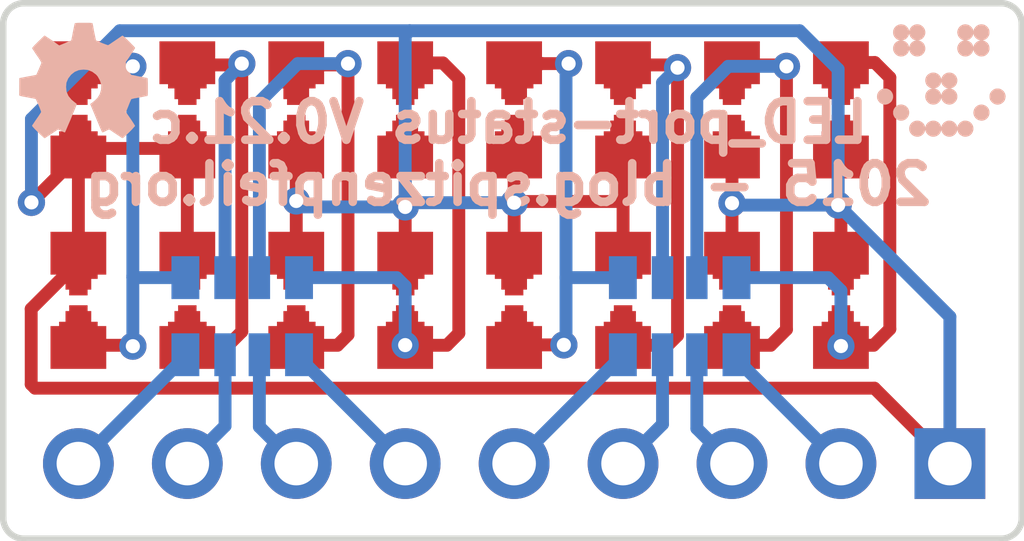
<source format=kicad_pcb>
(kicad_pcb (version 20171130) (host pcbnew "(5.1.12)-1")

  (general
    (thickness 0.6)
    (drawings 14)
    (tracks 243)
    (zones 0)
    (modules 21)
    (nets 18)
  )

  (page A4)
  (title_block
    (title LED_port-status)
    (date 2015-09-25)
    (rev 0.21.c)
    (company "2015 - blog.spitzenpfeil.org")
  )

  (layers
    (0 Front signal)
    (31 Back signal)
    (34 B.Paste user hide)
    (35 F.Paste user hide)
    (36 B.SilkS user hide)
    (37 F.SilkS user hide)
    (38 B.Mask user hide)
    (39 F.Mask user hide)
    (44 Edge.Cuts user)
    (46 B.CrtYd user hide)
    (47 F.CrtYd user hide)
  )

  (setup
    (last_trace_width 0.3)
    (user_trace_width 0.254)
    (trace_clearance 0.3)
    (zone_clearance 0.2)
    (zone_45_only no)
    (trace_min 0.254)
    (via_size 0.635)
    (via_drill 0.3302)
    (via_min_size 0.635)
    (via_min_drill 0.3302)
    (uvia_size 0.508)
    (uvia_drill 0.127)
    (uvias_allowed no)
    (uvia_min_size 0.508)
    (uvia_min_drill 0.127)
    (edge_width 0.15)
    (segment_width 0.15)
    (pcb_text_width 0.3)
    (pcb_text_size 1 1)
    (mod_edge_width 0.15)
    (mod_text_size 1.016 1.016)
    (mod_text_width 0.2032)
    (pad_size 0.28 0.43)
    (pad_drill 0)
    (pad_to_mask_clearance 0)
    (pad_to_paste_clearance_ratio -0.1)
    (aux_axis_origin 0 0)
    (visible_elements 7FFFFFFF)
    (pcbplotparams
      (layerselection 0x010fc_80000001)
      (usegerberextensions true)
      (usegerberattributes true)
      (usegerberadvancedattributes true)
      (creategerberjobfile true)
      (excludeedgelayer true)
      (linewidth 0.150000)
      (plotframeref false)
      (viasonmask false)
      (mode 1)
      (useauxorigin false)
      (hpglpennumber 1)
      (hpglpenspeed 20)
      (hpglpendiameter 15.000000)
      (psnegative false)
      (psa4output false)
      (plotreference true)
      (plotvalue true)
      (plotinvisibletext false)
      (padsonsilk false)
      (subtractmaskfromsilk true)
      (outputformat 1)
      (mirror false)
      (drillshape 0)
      (scaleselection 1)
      (outputdirectory "gerber_files/"))
  )

  (net 0 "")
  (net 1 "Net-(D1-Pad1)")
  (net 2 "Net-(D1-Pad2)")
  (net 3 "Net-(D10-Pad1)")
  (net 4 "Net-(D11-Pad1)")
  (net 5 "Net-(D12-Pad1)")
  (net 6 "Net-(D13-Pad1)")
  (net 7 "Net-(D14-Pad1)")
  (net 8 "Net-(D15-Pad1)")
  (net 9 "Net-(D16-Pad1)")
  (net 10 "Net-(P1-Pad2)")
  (net 11 "Net-(P1-Pad3)")
  (net 12 "Net-(P1-Pad4)")
  (net 13 "Net-(P1-Pad5)")
  (net 14 "Net-(P1-Pad6)")
  (net 15 "Net-(P1-Pad7)")
  (net 16 "Net-(P1-Pad8)")
  (net 17 "Net-(P1-Pad9)")

  (net_class Default "This is the default net class."
    (clearance 0.3)
    (trace_width 0.3)
    (via_dia 0.635)
    (via_drill 0.3302)
    (uvia_dia 0.508)
    (uvia_drill 0.127)
    (add_net "Net-(D1-Pad1)")
    (add_net "Net-(D1-Pad2)")
    (add_net "Net-(D10-Pad1)")
    (add_net "Net-(D11-Pad1)")
    (add_net "Net-(D12-Pad1)")
    (add_net "Net-(D13-Pad1)")
    (add_net "Net-(D14-Pad1)")
    (add_net "Net-(D15-Pad1)")
    (add_net "Net-(D16-Pad1)")
    (add_net "Net-(P1-Pad2)")
    (add_net "Net-(P1-Pad3)")
    (add_net "Net-(P1-Pad4)")
    (add_net "Net-(P1-Pad5)")
    (add_net "Net-(P1-Pad6)")
    (add_net "Net-(P1-Pad7)")
    (add_net "Net-(P1-Pad8)")
    (add_net "Net-(P1-Pad9)")
  )

  (module MADW__1206*4_resistor_array (layer Back) (tedit 55772386) (tstamp 5120CE32)
    (at 85.1 88 180)
    (path /5120CCDC)
    (clearance 0.3)
    (fp_text reference RP1 (at 0 2.5 180) (layer B.SilkS) hide
      (effects (font (size 1 1) (thickness 0.2)) (justify mirror))
    )
    (fp_text value 1k (at 0 -2.6 180) (layer B.SilkS) hide
      (effects (font (size 1 1) (thickness 0.2)) (justify mirror))
    )
    (pad 8 smd rect (at -1.325 0.9 180) (size 0.65 1) (layers Back B.Paste B.Mask)
      (net 5 "Net-(D12-Pad1)"))
    (pad 7 smd rect (at -0.4 0.9 180) (size 0.5 1) (layers Back B.Paste B.Mask)
      (net 4 "Net-(D11-Pad1)"))
    (pad 6 smd rect (at 0.4 0.9 180) (size 0.5 1) (layers Back B.Paste B.Mask)
      (net 3 "Net-(D10-Pad1)"))
    (pad 5 smd rect (at 1.325 0.9 180) (size 0.65 1) (layers Back B.Paste B.Mask)
      (net 2 "Net-(D1-Pad2)"))
    (pad 1 smd rect (at -1.325 -0.9 180) (size 0.65 1) (layers Back B.Paste B.Mask)
      (net 14 "Net-(P1-Pad6)"))
    (pad 2 smd rect (at -0.4 -0.9 180) (size 0.5 1) (layers Back B.Paste B.Mask)
      (net 15 "Net-(P1-Pad7)"))
    (pad 3 smd rect (at 0.4 -0.9 180) (size 0.5 1) (layers Back B.Paste B.Mask)
      (net 16 "Net-(P1-Pad8)"))
    (pad 4 smd rect (at 1.325 -0.9 180) (size 0.65 1) (layers Back B.Paste B.Mask)
      (net 17 "Net-(P1-Pad9)"))
    (model Resistors_SMD.3dshapes/R_Cat16-4.wrl
      (at (xyz 0 0 0))
      (scale (xyz 1 1 1))
      (rotate (xyz 0 0 90))
    )
  )

  (module MADW__1206*4_resistor_array (layer Back) (tedit 55772379) (tstamp 5120D39C)
    (at 95.3 88 180)
    (path /5120CD13)
    (clearance 0.3)
    (fp_text reference RP2 (at 0 2.5 180) (layer B.SilkS) hide
      (effects (font (size 1 1) (thickness 0.2)) (justify mirror))
    )
    (fp_text value 1k (at 0 -2.6 180) (layer B.SilkS) hide
      (effects (font (size 1 1) (thickness 0.2)) (justify mirror))
    )
    (pad 8 smd rect (at -1.325 0.9 180) (size 0.65 1) (layers Back B.Paste B.Mask)
      (net 9 "Net-(D16-Pad1)"))
    (pad 7 smd rect (at -0.4 0.9 180) (size 0.5 1) (layers Back B.Paste B.Mask)
      (net 8 "Net-(D15-Pad1)"))
    (pad 6 smd rect (at 0.4 0.9 180) (size 0.5 1) (layers Back B.Paste B.Mask)
      (net 7 "Net-(D14-Pad1)"))
    (pad 5 smd rect (at 1.325 0.9 180) (size 0.65 1) (layers Back B.Paste B.Mask)
      (net 6 "Net-(D13-Pad1)"))
    (pad 1 smd rect (at -1.325 -0.9 180) (size 0.65 1) (layers Back B.Paste B.Mask)
      (net 10 "Net-(P1-Pad2)"))
    (pad 2 smd rect (at -0.4 -0.9 180) (size 0.5 1) (layers Back B.Paste B.Mask)
      (net 11 "Net-(P1-Pad3)"))
    (pad 3 smd rect (at 0.4 -0.9 180) (size 0.5 1) (layers Back B.Paste B.Mask)
      (net 12 "Net-(P1-Pad4)"))
    (pad 4 smd rect (at 1.325 -0.9 180) (size 0.65 1) (layers Back B.Paste B.Mask)
      (net 13 "Net-(P1-Pad5)"))
    (model Resistors_SMD.3dshapes/R_Cat16-4.wrl
      (at (xyz 0 0 0))
      (scale (xyz 1 1 1))
      (rotate (xyz 0 0 90))
    )
  )

  (module SIL-9 (layer Front) (tedit 5) (tstamp 50C627EA)
    (at 91.44 91.44 180)
    (descr "Connecteur 9 pins")
    (tags "CONN DEV")
    (path /50C62311)
    (fp_text reference P1 (at -7.62 2.54 180) (layer F.SilkS) hide
      (effects (font (size 1.016 1.016) (thickness 0.2032)))
    )
    (fp_text value CONN_9 (at 2.54 2.54 180) (layer F.SilkS) hide
      (effects (font (size 1.016 1.016) (thickness 0.2032)))
    )
    (pad 1 thru_hole rect (at -10.16 0 180) (size 1.65 1.65) (drill 1.016) (layers *.Cu *.Mask)
      (net 1 "Net-(D1-Pad1)"))
    (pad 2 thru_hole circle (at -7.62 0 180) (size 1.65 1.65) (drill 1.016) (layers *.Cu *.Mask)
      (net 10 "Net-(P1-Pad2)"))
    (pad 3 thru_hole circle (at -5.08 0 180) (size 1.65 1.65) (drill 1.016) (layers *.Cu *.Mask)
      (net 11 "Net-(P1-Pad3)"))
    (pad 4 thru_hole circle (at -2.54 0 180) (size 1.65 1.65) (drill 1.016) (layers *.Cu *.Mask)
      (net 12 "Net-(P1-Pad4)"))
    (pad 5 thru_hole circle (at 0 0 180) (size 1.65 1.65) (drill 1.016) (layers *.Cu *.Mask)
      (net 13 "Net-(P1-Pad5)"))
    (pad 6 thru_hole circle (at 2.54 0 180) (size 1.65 1.65) (drill 1.016) (layers *.Cu *.Mask)
      (net 14 "Net-(P1-Pad6)"))
    (pad 7 thru_hole circle (at 5.08 0 180) (size 1.65 1.65) (drill 1.016) (layers *.Cu *.Mask)
      (net 15 "Net-(P1-Pad7)"))
    (pad 8 thru_hole circle (at 7.62 0 180) (size 1.65 1.65) (drill 1.016) (layers *.Cu *.Mask)
      (net 16 "Net-(P1-Pad8)"))
    (pad 9 thru_hole circle (at 10.16 0 180) (size 1.65 1.65) (drill 1.016) (layers *.Cu *.Mask)
      (net 17 "Net-(P1-Pad9)"))
    (model Pin_Headers.3dshapes/Pin_Header_Angled_1x09.wrl
      (at (xyz 0 0 0))
      (scale (xyz 1 1 1))
      (rotate (xyz 0 0 0))
    )
  )

  (module LOGO (layer Back) (tedit 50C644C4) (tstamp 50C644A8)
    (at 81.4 82.5)
    (fp_text reference G2 (at 0 -1.59004) (layer B.SilkS) hide
      (effects (font (size 0.13462 0.13462) (thickness 0.0254)) (justify mirror))
    )
    (fp_text value LOGO (at 0 1.59004) (layer B.SilkS) hide
      (effects (font (size 0.13462 0.13462) (thickness 0.0254)) (justify mirror))
    )
    (fp_poly (pts (xy -0.90932 1.3462) (xy -0.89154 1.33858) (xy -0.85852 1.31572) (xy -0.80772 1.2827)
      (xy -0.7493 1.2446) (xy -0.68834 1.20396) (xy -0.64008 1.17094) (xy -0.60452 1.14808)
      (xy -0.59182 1.14046) (xy -0.5842 1.143) (xy -0.55626 1.15824) (xy -0.51562 1.17856)
      (xy -0.49022 1.19126) (xy -0.45212 1.2065) (xy -0.43434 1.21158) (xy -0.4318 1.2065)
      (xy -0.41656 1.17602) (xy -0.39624 1.12776) (xy -0.3683 1.06172) (xy -0.33528 0.98552)
      (xy -0.29972 0.90424) (xy -0.2667 0.82042) (xy -0.23368 0.74168) (xy -0.2032 0.66802)
      (xy -0.18034 0.6096) (xy -0.1651 0.56896) (xy -0.15748 0.55118) (xy -0.16002 0.54864)
      (xy -0.1778 0.53086) (xy -0.21082 0.50546) (xy -0.28194 0.44704) (xy -0.35306 0.36068)
      (xy -0.39624 0.26162) (xy -0.40894 0.14986) (xy -0.39878 0.04826) (xy -0.35814 -0.04826)
      (xy -0.28956 -0.13716) (xy -0.20574 -0.2032) (xy -0.10922 -0.24384) (xy 0 -0.25654)
      (xy 0.10414 -0.24638) (xy 0.2032 -0.20574) (xy 0.2921 -0.1397) (xy 0.3302 -0.09652)
      (xy 0.381 -0.00508) (xy 0.41148 0.0889) (xy 0.41402 0.11176) (xy 0.40894 0.21844)
      (xy 0.37846 0.32004) (xy 0.32258 0.40894) (xy 0.24638 0.4826) (xy 0.23622 0.49022)
      (xy 0.20066 0.51816) (xy 0.17526 0.53594) (xy 0.15748 0.55118) (xy 0.2921 0.87376)
      (xy 0.31242 0.92456) (xy 0.35052 1.01346) (xy 0.381 1.08966) (xy 0.40894 1.15062)
      (xy 0.42672 1.19126) (xy 0.43434 1.2065) (xy 0.44704 1.20904) (xy 0.4699 1.20142)
      (xy 0.51562 1.17856) (xy 0.5461 1.16332) (xy 0.57912 1.14808) (xy 0.59436 1.14046)
      (xy 0.6096 1.14808) (xy 0.64262 1.1684) (xy 0.68834 1.20142) (xy 0.74676 1.23952)
      (xy 0.80264 1.27762) (xy 0.85344 1.31064) (xy 0.889 1.33604) (xy 0.90678 1.34366)
      (xy 0.90932 1.34366) (xy 0.9271 1.33604) (xy 0.95504 1.31064) (xy 0.99822 1.27)
      (xy 1.06172 1.20904) (xy 1.07188 1.19888) (xy 1.12268 1.14808) (xy 1.16332 1.10236)
      (xy 1.19126 1.07188) (xy 1.20142 1.05918) (xy 1.19126 1.0414) (xy 1.1684 1.0033)
      (xy 1.13538 0.9525) (xy 1.09474 0.89154) (xy 0.98806 0.7366) (xy 1.04648 0.59182)
      (xy 1.06426 0.5461) (xy 1.08712 0.49022) (xy 1.1049 0.45212) (xy 1.11252 0.43434)
      (xy 1.1303 0.42926) (xy 1.1684 0.4191) (xy 1.22682 0.40894) (xy 1.29794 0.39624)
      (xy 1.36398 0.38354) (xy 1.4224 0.37084) (xy 1.46558 0.36322) (xy 1.4859 0.36068)
      (xy 1.49098 0.3556) (xy 1.49352 0.34798) (xy 1.49606 0.32766) (xy 1.4986 0.28956)
      (xy 1.4986 0.23368) (xy 1.4986 0.14986) (xy 1.4986 0.14224) (xy 1.4986 0.0635)
      (xy 1.49606 0) (xy 1.49352 -0.0381) (xy 1.49098 -0.05588) (xy 1.4732 -0.06096)
      (xy 1.43002 -0.06858) (xy 1.3716 -0.08128) (xy 1.30048 -0.09398) (xy 1.2954 -0.09398)
      (xy 1.22428 -0.10922) (xy 1.16586 -0.12192) (xy 1.12268 -0.12954) (xy 1.1049 -0.13716)
      (xy 1.10236 -0.14224) (xy 1.08712 -0.17018) (xy 1.0668 -0.21336) (xy 1.04394 -0.2667)
      (xy 1.02108 -0.32258) (xy 1.00076 -0.37338) (xy 0.98806 -0.40894) (xy 0.98298 -0.42672)
      (xy 0.99314 -0.4445) (xy 1.01854 -0.48006) (xy 1.0541 -0.53086) (xy 1.09474 -0.59182)
      (xy 1.09728 -0.5969) (xy 1.13792 -0.65786) (xy 1.17094 -0.70866) (xy 1.1938 -0.74422)
      (xy 1.20142 -0.75946) (xy 1.20142 -0.762) (xy 1.18872 -0.77978) (xy 1.15824 -0.8128)
      (xy 1.11252 -0.85852) (xy 1.06172 -0.91186) (xy 1.04394 -0.9271) (xy 0.98552 -0.98552)
      (xy 0.94488 -1.02108) (xy 0.91948 -1.0414) (xy 0.90932 -1.04648) (xy 0.90678 -1.04648)
      (xy 0.889 -1.03632) (xy 0.8509 -1.01092) (xy 0.8001 -0.97536) (xy 0.73914 -0.93472)
      (xy 0.7366 -0.93218) (xy 0.67564 -0.89154) (xy 0.62484 -0.85598) (xy 0.58928 -0.83312)
      (xy 0.57404 -0.8255) (xy 0.5715 -0.8255) (xy 0.54864 -0.83058) (xy 0.50546 -0.84582)
      (xy 0.45212 -0.86614) (xy 0.39624 -0.889) (xy 0.34544 -0.90932) (xy 0.30988 -0.9271)
      (xy 0.2921 -0.93726) (xy 0.28956 -0.93726) (xy 0.28448 -0.96012) (xy 0.27432 -1.00584)
      (xy 0.26162 -1.0668) (xy 0.24638 -1.14046) (xy 0.24384 -1.15062) (xy 0.23114 -1.22428)
      (xy 0.22098 -1.2827) (xy 0.21082 -1.32334) (xy 0.20828 -1.34112) (xy 0.19812 -1.34112)
      (xy 0.16256 -1.34366) (xy 0.10922 -1.3462) (xy 0.04318 -1.3462) (xy -0.02286 -1.3462)
      (xy -0.0889 -1.3462) (xy -0.14478 -1.34366) (xy -0.18542 -1.34112) (xy -0.2032 -1.33604)
      (xy -0.20828 -1.31318) (xy -0.21844 -1.27) (xy -0.23114 -1.2065) (xy -0.24638 -1.13284)
      (xy -0.24892 -1.12014) (xy -0.26162 -1.04902) (xy -0.27432 -0.9906) (xy -0.28194 -0.94996)
      (xy -0.28702 -0.93472) (xy -0.2921 -0.93218) (xy -0.32258 -0.91694) (xy -0.37084 -0.89916)
      (xy -0.42926 -0.87376) (xy -0.56642 -0.81788) (xy -0.73406 -0.93472) (xy -0.7493 -0.94488)
      (xy -0.81026 -0.98552) (xy -0.86106 -1.01854) (xy -0.89662 -1.0414) (xy -0.90932 -1.04902)
      (xy -0.91186 -1.04902) (xy -0.9271 -1.03378) (xy -0.96012 -1.0033) (xy -1.00584 -0.95758)
      (xy -1.05918 -0.90678) (xy -1.09982 -0.86614) (xy -1.14554 -0.82042) (xy -1.17348 -0.7874)
      (xy -1.19126 -0.76708) (xy -1.19634 -0.75438) (xy -1.1938 -0.74676) (xy -1.18364 -0.72898)
      (xy -1.15824 -0.69342) (xy -1.12522 -0.64008) (xy -1.08458 -0.58166) (xy -1.04902 -0.53086)
      (xy -1.01346 -0.47498) (xy -0.9906 -0.43434) (xy -0.98044 -0.41656) (xy -0.98298 -0.4064)
      (xy -0.99568 -0.37338) (xy -1.016 -0.32512) (xy -1.0414 -0.26416) (xy -1.09982 -0.13208)
      (xy -1.18618 -0.1143) (xy -1.23952 -0.10414) (xy -1.31318 -0.09144) (xy -1.3843 -0.0762)
      (xy -1.49606 -0.05588) (xy -1.4986 0.34798) (xy -1.48082 0.3556) (xy -1.46558 0.36068)
      (xy -1.42494 0.37084) (xy -1.36652 0.381) (xy -1.29794 0.3937) (xy -1.23698 0.4064)
      (xy -1.17856 0.41656) (xy -1.13538 0.42418) (xy -1.1176 0.42926) (xy -1.11252 0.43434)
      (xy -1.09728 0.46482) (xy -1.07696 0.51054) (xy -1.0541 0.56388) (xy -1.0287 0.6223)
      (xy -1.00838 0.6731) (xy -0.99314 0.71374) (xy -0.98806 0.73406) (xy -0.99568 0.7493)
      (xy -1.01854 0.78486) (xy -1.05156 0.83566) (xy -1.0922 0.89408) (xy -1.13284 0.9525)
      (xy -1.16586 1.0033) (xy -1.19126 1.03886) (xy -1.19888 1.05664) (xy -1.1938 1.0668)
      (xy -1.17094 1.09474) (xy -1.12776 1.14046) (xy -1.06172 1.2065) (xy -1.04902 1.21666)
      (xy -0.99822 1.26746) (xy -0.9525 1.3081) (xy -0.92202 1.33604) (xy -0.90932 1.3462)) (layer B.SilkS) (width 0.00254))
  )

  (module LOGO (layer Back) (tedit 50C6431B) (tstamp 50C6431E)
    (at 101.4 82.5)
    (fp_text reference G1 (at 0 -1.7272) (layer B.SilkS) hide
      (effects (font (size 0.127 0.127) (thickness 0.00762)) (justify mirror))
    )
    (fp_text value LOGO (at 0 1.7272) (layer B.SilkS) hide
      (effects (font (size 0.0381 0.0381) (thickness 0.00762)) (justify mirror))
    )
    (fp_poly (pts (xy 0.5715 -0.56134) (xy 0.60706 -0.56642) (xy 0.64262 -0.57912) (xy 0.67564 -0.59944)
      (xy 0.70104 -0.62484) (xy 0.7239 -0.65532) (xy 0.73914 -0.69088) (xy 0.74422 -0.70358)
      (xy 0.74676 -0.71374) (xy 0.74676 -0.71628) (xy 0.7493 -0.7239) (xy 0.7493 -0.7747)
      (xy 0.74676 -0.77978) (xy 0.74422 -0.79248) (xy 0.7366 -0.81534) (xy 0.72136 -0.84836)
      (xy 0.6985 -0.87884) (xy 0.66802 -0.9017) (xy 0.635 -0.92202) (xy 0.59944 -0.93218)
      (xy 0.58166 -0.93726) (xy 0.59436 -0.9398) (xy 0.62484 -0.94742) (xy 0.65532 -0.96012)
      (xy 0.66548 -0.96774) (xy 0.6858 -0.98552) (xy 0.70358 -1.0033) (xy 0.71882 -1.02108)
      (xy 0.72644 -1.03632) (xy 0.73914 -1.06172) (xy 0.74422 -1.08204) (xy 0.74676 -1.0922)
      (xy 0.7493 -1.09728) (xy 0.7493 -1.09474) (xy 0.75184 -1.08458) (xy 0.75946 -1.05918)
      (xy 0.77724 -1.02362) (xy 0.80264 -0.99314) (xy 0.83058 -0.97028) (xy 0.8636 -0.94996)
      (xy 0.90424 -0.9398) (xy 0.91694 -0.93726) (xy 0.89916 -0.93218) (xy 0.88138 -0.9271)
      (xy 0.84582 -0.91186) (xy 0.8128 -0.889) (xy 0.7874 -0.86106) (xy 0.77724 -0.8509)
      (xy 0.76962 -0.83312) (xy 0.75946 -0.8128) (xy 0.75438 -0.8001) (xy 0.75184 -0.78486)
      (xy 0.7493 -0.77724) (xy 0.7493 -0.7747) (xy 0.7493 -0.7239) (xy 0.7493 -0.72136)
      (xy 0.75184 -0.7112) (xy 0.75438 -0.6985) (xy 0.76708 -0.67056) (xy 0.77978 -0.64516)
      (xy 0.79248 -0.62992) (xy 0.82042 -0.60198) (xy 0.85344 -0.58166) (xy 0.89154 -0.56642)
      (xy 0.90678 -0.56388) (xy 0.93218 -0.56134) (xy 0.96012 -0.56388) (xy 0.98298 -0.56642)
      (xy 0.98552 -0.56642) (xy 1.02362 -0.58166) (xy 1.05664 -0.60452) (xy 1.08204 -0.63246)
      (xy 1.1049 -0.66548) (xy 1.1176 -0.70358) (xy 1.12268 -0.71882) (xy 1.12268 -0.74676)
      (xy 1.12268 -0.77216) (xy 1.1176 -0.79502) (xy 1.11252 -0.81534) (xy 1.09982 -0.84074)
      (xy 1.08458 -0.86614) (xy 1.0668 -0.88392) (xy 1.04394 -0.9017) (xy 1.01854 -0.91694)
      (xy 1.01092 -0.92202) (xy 0.99314 -0.9271) (xy 0.97536 -0.93218) (xy 0.96266 -0.93472)
      (xy 0.96012 -0.93472) (xy 0.9652 -0.93726) (xy 0.97536 -0.9398) (xy 0.99822 -0.94742)
      (xy 1.02108 -0.95758) (xy 1.0414 -0.96774) (xy 1.04648 -0.97282) (xy 1.07188 -0.99314)
      (xy 1.0922 -1.02108) (xy 1.10744 -1.04902) (xy 1.11506 -1.06172) (xy 1.12268 -1.09982)
      (xy 1.12268 -1.13792) (xy 1.1176 -1.17602) (xy 1.11506 -1.18364) (xy 1.09728 -1.2192)
      (xy 1.07442 -1.24968) (xy 1.04648 -1.27508) (xy 1.01346 -1.2954) (xy 0.97536 -1.3081)
      (xy 0.97028 -1.3081) (xy 0.94488 -1.31064) (xy 0.91694 -1.31064) (xy 0.89408 -1.30556)
      (xy 0.88646 -1.30556) (xy 0.8509 -1.29032) (xy 0.81788 -1.27) (xy 0.78994 -1.23952)
      (xy 0.76708 -1.2065) (xy 0.762 -1.19634) (xy 0.75692 -1.17856) (xy 0.75184 -1.16332)
      (xy 0.75184 -1.15062) (xy 0.75184 -1.14808) (xy 0.7493 -1.14808) (xy 0.74676 -1.15316)
      (xy 0.74422 -1.16332) (xy 0.73914 -1.18872) (xy 0.72136 -1.22174) (xy 0.6985 -1.24968)
      (xy 0.67056 -1.27508) (xy 0.63754 -1.2954) (xy 0.60452 -1.30556) (xy 0.56642 -1.31064)
      (xy 0.52832 -1.3081) (xy 0.49276 -1.29794) (xy 0.47244 -1.28778) (xy 0.43942 -1.26746)
      (xy 0.41402 -1.23952) (xy 0.3937 -1.2065) (xy 0.37846 -1.1684) (xy 0.37846 -1.16078)
      (xy 0.37338 -1.1303) (xy 0.37592 -1.10236) (xy 0.38354 -1.0668) (xy 0.39878 -1.03124)
      (xy 0.42164 -1.00076) (xy 0.44958 -0.97282) (xy 0.4826 -0.9525) (xy 0.5207 -0.9398)
      (xy 0.52832 -0.93726) (xy 0.53594 -0.93472) (xy 0.52578 -0.93472) (xy 0.50292 -0.9271)
      (xy 0.48006 -0.91694) (xy 0.4572 -0.90424) (xy 0.43688 -0.889) (xy 0.41148 -0.86106)
      (xy 0.39116 -0.8255) (xy 0.38862 -0.82042) (xy 0.37592 -0.78486) (xy 0.37338 -0.74676)
      (xy 0.37846 -0.70612) (xy 0.39116 -0.67056) (xy 0.39878 -0.65278) (xy 0.41148 -0.63754)
      (xy 0.42672 -0.61976) (xy 0.42672 -0.61722) (xy 0.4572 -0.59182) (xy 0.49276 -0.57404)
      (xy 0.52832 -0.56388) (xy 0.5334 -0.56388) (xy 0.5715 -0.56134)) (layer B.SilkS) (width 0.00254))
    (fp_poly (pts (xy -0.55626 -0.56134) (xy -0.51816 -0.56642) (xy -0.4826 -0.57912) (xy -0.46482 -0.58674)
      (xy -0.44958 -0.59944) (xy -0.4318 -0.61468) (xy -0.41148 -0.635) (xy -0.39116 -0.66802)
      (xy -0.37846 -0.70358) (xy -0.37592 -0.71374) (xy -0.37338 -0.73914) (xy -0.37338 -0.76454)
      (xy -0.37846 -0.7874) (xy -0.38862 -0.82042) (xy -0.40386 -0.85344) (xy -0.42672 -0.88138)
      (xy -0.4318 -0.88392) (xy -0.44958 -0.89916) (xy -0.4699 -0.91186) (xy -0.48768 -0.92202)
      (xy -0.4953 -0.92456) (xy -0.51054 -0.92964) (xy -0.52578 -0.93218) (xy -0.53594 -0.93472)
      (xy -0.54356 -0.93472) (xy -0.53594 -0.93726) (xy -0.52578 -0.9398) (xy -0.51562 -0.94234)
      (xy -0.50038 -0.94488) (xy -0.47244 -0.96012) (xy -0.4445 -0.97536) (xy -0.42418 -0.99568)
      (xy -0.4191 -1.00076) (xy -0.39624 -1.03378) (xy -0.381 -1.06934) (xy -0.37338 -1.1049)
      (xy -0.37338 -1.143) (xy -0.37592 -1.15316) (xy -0.38608 -1.19126) (xy -0.40386 -1.22428)
      (xy -0.42926 -1.2573) (xy -0.45212 -1.27508) (xy -0.48514 -1.2954) (xy -0.5207 -1.3081)
      (xy -0.52832 -1.3081) (xy -0.55372 -1.31064) (xy -0.57912 -1.31064) (xy -0.60452 -1.30556)
      (xy -0.62484 -1.30048) (xy -0.6604 -1.2827) (xy -0.69088 -1.25984) (xy -0.71374 -1.2319)
      (xy -0.73406 -1.19888) (xy -0.74422 -1.16332) (xy -0.74676 -1.15824) (xy -0.7493 -1.15062)
      (xy -0.7493 -1.14554) (xy -0.75184 -1.15062) (xy -0.75184 -1.15824) (xy -0.75438 -1.17348)
      (xy -0.762 -1.19126) (xy -0.76708 -1.2065) (xy -0.7747 -1.21666) (xy -0.79756 -1.24968)
      (xy -0.8255 -1.27508) (xy -0.85852 -1.2954) (xy -0.89408 -1.30556) (xy -0.93472 -1.31064)
      (xy -0.9652 -1.3081) (xy -1.00076 -1.30048) (xy -1.03378 -1.2827) (xy -1.0541 -1.27)
      (xy -1.08204 -1.24206) (xy -1.10236 -1.21158) (xy -1.1176 -1.17602) (xy -1.12268 -1.14046)
      (xy -1.12268 -1.10236) (xy -1.11506 -1.0668) (xy -1.09982 -1.03124) (xy -1.07696 -1.00076)
      (xy -1.04902 -0.97282) (xy -1.01346 -0.9525) (xy -0.97536 -0.9398) (xy -0.95504 -0.93472)
      (xy -0.96774 -0.93472) (xy -0.97536 -0.93218) (xy -1.00584 -0.92456) (xy -1.03378 -0.90932)
      (xy -1.06172 -0.889) (xy -1.08458 -0.86614) (xy -1.09728 -0.84582) (xy -1.10998 -0.82042)
      (xy -1.1176 -0.79502) (xy -1.12268 -0.7747) (xy -1.12268 -0.75184) (xy -1.12268 -0.72644)
      (xy -1.12014 -0.70866) (xy -1.11252 -0.6858) (xy -1.09474 -0.65024) (xy -1.07188 -0.61976)
      (xy -1.0414 -0.59436) (xy -1.00838 -0.57404) (xy -0.96774 -0.56388) (xy -0.95758 -0.56134)
      (xy -0.93472 -0.56134) (xy -0.91186 -0.56388) (xy -0.889 -0.56642) (xy -0.87376 -0.5715)
      (xy -0.8382 -0.58928) (xy -0.80772 -0.61214) (xy -0.78232 -0.64008) (xy -0.76454 -0.6731)
      (xy -0.75184 -0.7112) (xy -0.75184 -0.71374) (xy -0.7493 -0.7239) (xy -0.7493 -0.72136)
      (xy -0.7493 -0.7747) (xy -0.75184 -0.78232) (xy -0.75184 -0.78486) (xy -0.75946 -0.81026)
      (xy -0.76962 -0.83566) (xy -0.78486 -0.86106) (xy -0.79756 -0.87376) (xy -0.8255 -0.9017)
      (xy -0.86106 -0.91948) (xy -0.89916 -0.93218) (xy -0.91694 -0.93726) (xy -0.90424 -0.9398)
      (xy -0.89154 -0.94234) (xy -0.88138 -0.94488) (xy -0.87376 -0.94742) (xy -0.8382 -0.96266)
      (xy -0.80772 -0.98806) (xy -0.78232 -1.016) (xy -0.76454 -1.04902) (xy -0.75184 -1.08458)
      (xy -0.75184 -1.0922) (xy -0.7493 -1.09728) (xy -0.74676 -1.09474) (xy -0.74422 -1.08458)
      (xy -0.74422 -1.08204) (xy -0.73914 -1.06172) (xy -0.72898 -1.0414) (xy -0.71882 -1.02108)
      (xy -0.70866 -1.00838) (xy -0.69088 -0.9906) (xy -0.6731 -0.97282) (xy -0.65532 -0.96012)
      (xy -0.65278 -0.96012) (xy -0.62484 -0.94742) (xy -0.59436 -0.9398) (xy -0.58166 -0.93726)
      (xy -0.5969 -0.93218) (xy -0.62992 -0.92456) (xy -0.66294 -0.90678) (xy -0.69342 -0.88392)
      (xy -0.71628 -0.85598) (xy -0.72136 -0.84582) (xy -0.73152 -0.82804) (xy -0.73914 -0.80772)
      (xy -0.74422 -0.78994) (xy -0.74676 -0.77724) (xy -0.7493 -0.7747) (xy -0.7493 -0.72136)
      (xy -0.74676 -0.72136) (xy -0.74676 -0.71374) (xy -0.74422 -0.70358) (xy -0.73914 -0.69088)
      (xy -0.73152 -0.6731) (xy -0.71374 -0.64008) (xy -0.68834 -0.61214) (xy -0.6604 -0.58928)
      (xy -0.62738 -0.57404) (xy -0.59182 -0.56388) (xy -0.55626 -0.56134)) (layer B.SilkS) (width 0.00254))
    (fp_poly (pts (xy 1.29794 0.56134) (xy 1.32842 0.56134) (xy 1.35636 0.55626) (xy 1.37414 0.55118)
      (xy 1.4097 0.5334) (xy 1.44018 0.51054) (xy 1.46558 0.4826) (xy 1.48336 0.44958)
      (xy 1.49352 0.41402) (xy 1.4986 0.37338) (xy 1.4986 0.35814) (xy 1.49098 0.32004)
      (xy 1.47574 0.28448) (xy 1.45288 0.24892) (xy 1.44526 0.24384) (xy 1.41986 0.22098)
      (xy 1.38938 0.2032) (xy 1.35636 0.1905) (xy 1.35382 0.1905) (xy 1.32588 0.18796)
      (xy 1.2954 0.18796) (xy 1.26746 0.1905) (xy 1.2573 0.19304) (xy 1.22174 0.20828)
      (xy 1.19126 0.23114) (xy 1.16586 0.25654) (xy 1.14554 0.28702) (xy 1.1303 0.32004)
      (xy 1.12522 0.35814) (xy 1.12522 0.39624) (xy 1.13284 0.43434) (xy 1.14554 0.46228)
      (xy 1.1684 0.49276) (xy 1.19634 0.5207) (xy 1.22682 0.54102) (xy 1.26492 0.55626)
      (xy 1.26746 0.55626) (xy 1.29794 0.56134)) (layer B.SilkS) (width 0.00254))
    (fp_poly (pts (xy 0.18288 0.56134) (xy 0.21844 0.5588) (xy 0.254 0.54864) (xy 0.27686 0.53848)
      (xy 0.30734 0.51562) (xy 0.33528 0.48768) (xy 0.3556 0.45466) (xy 0.3683 0.4191)
      (xy 0.37084 0.41148) (xy 0.37338 0.381) (xy 0.37338 0.35306) (xy 0.36576 0.32004)
      (xy 0.35052 0.28194) (xy 0.32766 0.25146) (xy 0.29972 0.22606) (xy 0.2667 0.20574)
      (xy 0.2286 0.1905) (xy 0.20574 0.18542) (xy 0.21844 0.18288) (xy 0.22098 0.18288)
      (xy 0.24638 0.17526) (xy 0.27432 0.16256) (xy 0.30226 0.14732) (xy 0.3048 0.14224)
      (xy 0.33274 0.11684) (xy 0.35306 0.08382) (xy 0.36576 0.04826) (xy 0.37338 0.0127)
      (xy 0.37338 -0.02286) (xy 0.36322 -0.05842) (xy 0.34798 -0.09398) (xy 0.34798 -0.09652)
      (xy 0.32258 -0.127) (xy 0.29464 -0.1524) (xy 0.26416 -0.17018) (xy 0.2286 -0.18034)
      (xy 0.19304 -0.18542) (xy 0.15748 -0.18288) (xy 0.12192 -0.17526) (xy 0.0889 -0.15748)
      (xy 0.05588 -0.13462) (xy 0.04064 -0.11684) (xy 0.02286 -0.0889) (xy 0.00762 -0.06096)
      (xy 0.00254 -0.03302) (xy 0 -0.0254) (xy 0 -0.02286) (xy 0 -0.0254)
      (xy -0.00254 -0.03302) (xy -0.00762 -0.05842) (xy -0.02032 -0.08382) (xy -0.03556 -0.10922)
      (xy -0.04572 -0.12192) (xy -0.07366 -0.14732) (xy -0.10668 -0.16764) (xy -0.14224 -0.18034)
      (xy -0.18034 -0.18542) (xy -0.21844 -0.18288) (xy -0.2413 -0.1778) (xy -0.27686 -0.16256)
      (xy -0.30734 -0.14224) (xy -0.33528 -0.1143) (xy -0.3556 -0.08128) (xy -0.3683 -0.04318)
      (xy -0.37084 -0.0254) (xy -0.37338 0.0127) (xy -0.36576 0.04826) (xy -0.35306 0.08382)
      (xy -0.33274 0.11684) (xy -0.3048 0.14224) (xy -0.27178 0.1651) (xy -0.25654 0.17272)
      (xy -0.23876 0.1778) (xy -0.22352 0.18288) (xy -0.21082 0.18542) (xy -0.21844 0.18796)
      (xy -0.23622 0.19304) (xy -0.26162 0.2032) (xy -0.28448 0.21336) (xy -0.29464 0.22098)
      (xy -0.32004 0.24384) (xy -0.3429 0.26924) (xy -0.35814 0.29718) (xy -0.3683 0.3302)
      (xy -0.37338 0.36322) (xy -0.37338 0.39624) (xy -0.37084 0.40132) (xy -0.36068 0.44196)
      (xy -0.3429 0.47498) (xy -0.3175 0.50546) (xy -0.29718 0.52578) (xy -0.26416 0.5461)
      (xy -0.22606 0.55626) (xy -0.21336 0.5588) (xy -0.19304 0.56134) (xy -0.17018 0.5588)
      (xy -0.14986 0.5588) (xy -0.13462 0.55372) (xy -0.12192 0.55118) (xy -0.08636 0.5334)
      (xy -0.05588 0.508) (xy -0.03048 0.47752) (xy -0.02032 0.46228) (xy -0.01016 0.43688)
      (xy -0.00254 0.41148) (xy 0 0.40132) (xy 0 0.39878) (xy 0 0.34798)
      (xy 0 0.34544) (xy -0.00254 0.33528) (xy -0.00254 0.33274) (xy -0.01524 0.29972)
      (xy -0.03302 0.2667) (xy -0.05588 0.23876) (xy -0.08382 0.2159) (xy -0.11684 0.20066)
      (xy -0.11938 0.19812) (xy -0.13462 0.19304) (xy -0.14986 0.1905) (xy -0.16764 0.18542)
      (xy -0.1524 0.18288) (xy -0.12954 0.1778) (xy -0.09652 0.16256) (xy -0.06604 0.14224)
      (xy -0.0381 0.1143) (xy -0.01778 0.08382) (xy -0.0127 0.06858) (xy -0.00508 0.04826)
      (xy -0.00254 0.03302) (xy 0 0.0254) (xy 0 0.02286) (xy 0 0.0254)
      (xy 0.00254 0.03302) (xy 0.00508 0.04572) (xy 0.01016 0.06604) (xy 0.01778 0.08382)
      (xy 0.03048 0.10414) (xy 0.05588 0.13208) (xy 0.08382 0.15494) (xy 0.11684 0.17272)
      (xy 0.1524 0.18288) (xy 0.16764 0.18542) (xy 0.1524 0.1905) (xy 0.14986 0.1905)
      (xy 0.13208 0.19304) (xy 0.11684 0.20066) (xy 0.1143 0.20066) (xy 0.08128 0.21844)
      (xy 0.05334 0.2413) (xy 0.03048 0.26924) (xy 0.0127 0.30226) (xy 0.00254 0.33528)
      (xy 0 0.34544) (xy 0 0.34798) (xy 0 0.39878) (xy 0 0.40386)
      (xy 0.00254 0.41148) (xy 0.01016 0.43688) (xy 0.0254 0.4699) (xy 0.04826 0.50038)
      (xy 0.0762 0.52578) (xy 0.10922 0.54356) (xy 0.14478 0.55626) (xy 0.18288 0.56134)) (layer B.SilkS) (width 0.00254))
    (fp_poly (pts (xy -1.3208 0.56134) (xy -1.2954 0.56134) (xy -1.27254 0.55626) (xy -1.2446 0.54864)
      (xy -1.21158 0.53086) (xy -1.17856 0.50546) (xy -1.15824 0.4826) (xy -1.14046 0.44958)
      (xy -1.12776 0.41402) (xy -1.12522 0.39878) (xy -1.12522 0.37592) (xy -1.12522 0.35306)
      (xy -1.12776 0.33528) (xy -1.1303 0.32258) (xy -1.14554 0.28702) (xy -1.16586 0.254)
      (xy -1.1938 0.22606) (xy -1.22936 0.20574) (xy -1.24206 0.20066) (xy -1.26492 0.1905)
      (xy -1.29032 0.18796) (xy -1.31826 0.18796) (xy -1.33604 0.18796) (xy -1.35636 0.1905)
      (xy -1.37414 0.19558) (xy -1.39446 0.20574) (xy -1.40716 0.21336) (xy -1.43764 0.23622)
      (xy -1.46304 0.26416) (xy -1.48336 0.29972) (xy -1.49606 0.33782) (xy -1.49606 0.34544)
      (xy -1.4986 0.3683) (xy -1.4986 0.39116) (xy -1.49606 0.41148) (xy -1.49352 0.42418)
      (xy -1.47828 0.45974) (xy -1.45542 0.49276) (xy -1.43002 0.5207) (xy -1.39446 0.54102)
      (xy -1.3589 0.55626) (xy -1.3462 0.5588) (xy -1.3208 0.56134)) (layer B.SilkS) (width 0.00254))
    (fp_poly (pts (xy 0.9398 0.93726) (xy 0.9779 0.93218) (xy 1.016 0.91948) (xy 1.05156 0.89662)
      (xy 1.05918 0.89154) (xy 1.08458 0.8636) (xy 1.1049 0.83058) (xy 1.1176 0.79502)
      (xy 1.12268 0.7747) (xy 1.12268 0.75184) (xy 1.12268 0.72644) (xy 1.12014 0.70866)
      (xy 1.1176 0.6985) (xy 1.10236 0.6604) (xy 1.08204 0.62992) (xy 1.0541 0.60198)
      (xy 1.02108 0.58166) (xy 0.98552 0.56896) (xy 0.94742 0.56134) (xy 0.93218 0.56134)
      (xy 0.89408 0.56642) (xy 0.85852 0.57658) (xy 0.82804 0.5969) (xy 0.8001 0.61976)
      (xy 0.77724 0.65024) (xy 0.762 0.68326) (xy 0.75184 0.71882) (xy 0.7493 0.75692)
      (xy 0.75184 0.77978) (xy 0.75692 0.8001) (xy 0.76454 0.82296) (xy 0.77978 0.8509)
      (xy 0.80264 0.88138) (xy 0.83312 0.90424) (xy 0.86614 0.92202) (xy 0.9017 0.93218)
      (xy 0.9398 0.93726)) (layer B.SilkS) (width 0.00254))
    (fp_poly (pts (xy -0.94742 0.93726) (xy -0.92456 0.93472) (xy -0.90424 0.93472) (xy -0.87884 0.9271)
      (xy -0.84328 0.91186) (xy -0.8128 0.889) (xy -0.7874 0.86106) (xy -0.76708 0.82804)
      (xy -0.75438 0.79248) (xy -0.7493 0.75438) (xy -0.75184 0.71628) (xy -0.762 0.68072)
      (xy -0.77724 0.6477) (xy -0.80264 0.61722) (xy -0.83312 0.59182) (xy -0.84074 0.58674)
      (xy -0.87884 0.5715) (xy -0.9144 0.56134) (xy -0.95504 0.56134) (xy -0.99314 0.56896)
      (xy -1.02362 0.58166) (xy -1.05664 0.60452) (xy -1.08204 0.63246) (xy -1.1049 0.66548)
      (xy -1.1176 0.70358) (xy -1.12268 0.72136) (xy -1.12268 0.74676) (xy -1.12268 0.76962)
      (xy -1.12014 0.78994) (xy -1.1176 0.79756) (xy -1.10236 0.83566) (xy -1.08204 0.86868)
      (xy -1.05156 0.89662) (xy -1.01854 0.91694) (xy -1.0033 0.92456) (xy -0.98044 0.93218)
      (xy -0.96012 0.93472) (xy -0.94742 0.93726)) (layer B.SilkS) (width 0.00254))
    (fp_poly (pts (xy 0.56642 1.31064) (xy 0.60452 1.30556) (xy 0.63754 1.2954) (xy 0.65278 1.28778)
      (xy 0.6858 1.26492) (xy 0.7112 1.23698) (xy 0.72898 1.2065) (xy 0.74168 1.17094)
      (xy 0.7493 1.13538) (xy 0.74676 1.09728) (xy 0.73914 1.06172) (xy 0.72136 1.02616)
      (xy 0.7112 1.01092) (xy 0.69596 0.99314) (xy 0.67818 0.9779) (xy 0.66294 0.9652)
      (xy 0.65786 0.96266) (xy 0.62484 0.94742) (xy 0.59182 0.9398) (xy 0.55372 0.93726)
      (xy 0.54102 0.93726) (xy 0.5207 0.9398) (xy 0.50292 0.94488) (xy 0.4826 0.95504)
      (xy 0.45974 0.9652) (xy 0.42926 0.9906) (xy 0.4064 1.02108) (xy 0.38608 1.0541)
      (xy 0.381 1.06934) (xy 0.37592 1.08966) (xy 0.37338 1.10236) (xy 0.37338 1.1049)
      (xy 0.37338 1.09728) (xy 0.36576 1.07188) (xy 0.35814 1.04902) (xy 0.34544 1.02616)
      (xy 0.32512 0.99822) (xy 0.29718 0.97282) (xy 0.26416 0.9525) (xy 0.22606 0.9398)
      (xy 0.18796 0.93726) (xy 0.1778 0.93726) (xy 0.14732 0.9398) (xy 0.11938 0.94742)
      (xy 0.1143 0.94996) (xy 0.08128 0.96774) (xy 0.05334 0.9906) (xy 0.03048 1.02108)
      (xy 0.0127 1.05156) (xy 0.00254 1.08458) (xy 0.00254 1.08712) (xy 0 1.09474)
      (xy 0 1.09982) (xy 0 1.09474) (xy -0.00254 1.08458) (xy -0.00254 1.08204)
      (xy -0.01524 1.04902) (xy -0.03302 1.016) (xy -0.05588 0.98806) (xy -0.07874 0.97028)
      (xy -0.11176 0.9525) (xy -0.14732 0.9398) (xy -0.18796 0.93726) (xy -0.2159 0.9398)
      (xy -0.25146 0.94742) (xy -0.28702 0.9652) (xy -0.3175 0.98806) (xy -0.34036 1.01854)
      (xy -0.34544 1.02362) (xy -0.35306 1.03632) (xy -0.35814 1.04902) (xy -0.36068 1.05664)
      (xy -0.3683 1.07442) (xy -0.37084 1.08966) (xy -0.37338 1.10236) (xy -0.37338 1.1049)
      (xy -0.37592 1.09728) (xy -0.37846 1.07696) (xy -0.38862 1.05156) (xy -0.39878 1.0287)
      (xy -0.42164 0.99822) (xy -0.45212 0.97282) (xy -0.48514 0.9525) (xy -0.5207 0.9398)
      (xy -0.5588 0.93726) (xy -0.59436 0.9398) (xy -0.63246 0.94996) (xy -0.66548 0.96774)
      (xy -0.69596 0.99314) (xy -0.7112 1.01092) (xy -0.7239 1.03124) (xy -0.7366 1.0541)
      (xy -0.74168 1.07442) (xy -0.7493 1.11252) (xy -0.74676 1.14808) (xy -0.73914 1.18364)
      (xy -0.7239 1.21666) (xy -0.70358 1.2446) (xy -0.67818 1.27) (xy -0.6477 1.29032)
      (xy -0.61468 1.30302) (xy -0.57658 1.31064) (xy -0.5715 1.31064) (xy -0.5334 1.31064)
      (xy -0.49784 1.30048) (xy -0.46482 1.28524) (xy -0.45212 1.27508) (xy -0.42672 1.25476)
      (xy -0.40386 1.22682) (xy -0.38862 1.19888) (xy -0.38608 1.18872) (xy -0.381 1.17348)
      (xy -0.37592 1.1557) (xy -0.37338 1.143) (xy -0.37338 1.13538) (xy -0.37338 1.143)
      (xy -0.37338 1.15062) (xy -0.3683 1.16586) (xy -0.36322 1.18618) (xy -0.35814 1.20142)
      (xy -0.34798 1.2192) (xy -0.32512 1.24968) (xy -0.29718 1.27508) (xy -0.26416 1.2954)
      (xy -0.22606 1.3081) (xy -0.22098 1.3081) (xy -0.19558 1.31064) (xy -0.16764 1.31064)
      (xy -0.14224 1.30556) (xy -0.11684 1.29794) (xy -0.08382 1.28016) (xy -0.0508 1.25476)
      (xy -0.0508 1.25222) (xy -0.02794 1.22682) (xy -0.0127 1.1938) (xy -0.00254 1.16332)
      (xy -0.00254 1.16078) (xy 0 1.15316) (xy 0 1.14808) (xy 0 1.15062)
      (xy 0.00254 1.15824) (xy 0.00254 1.16078) (xy 0.00762 1.1811) (xy 0.01524 1.20142)
      (xy 0.02794 1.22174) (xy 0.04318 1.2446) (xy 0.07112 1.27254) (xy 0.10414 1.29286)
      (xy 0.14224 1.30556) (xy 0.14732 1.3081) (xy 0.17272 1.31064) (xy 0.20066 1.31064)
      (xy 0.22606 1.3081) (xy 0.24638 1.30048) (xy 0.28194 1.28524) (xy 0.31242 1.26238)
      (xy 0.33782 1.23444) (xy 0.35814 1.20142) (xy 0.36068 1.19126) (xy 0.3683 1.17348)
      (xy 0.37084 1.1557) (xy 0.37338 1.143) (xy 0.37592 1.15062) (xy 0.381 1.17348)
      (xy 0.39116 1.19888) (xy 0.40132 1.22174) (xy 0.4064 1.22936) (xy 0.42926 1.2573)
      (xy 0.45974 1.28016) (xy 0.49276 1.29794) (xy 0.52832 1.3081) (xy 0.56642 1.31064)) (layer B.SilkS) (width 0.00254))
  )

  (module my_parts:R_0805_0603_0402_0201 (layer Front) (tedit 5604F810) (tstamp 50C6381D)
    (at 96.52 87.63 270)
    (descr "Resistor SMD 0805_0603_0402")
    (tags "resistor 0805 0603 0402 0201")
    (path /50C625A2)
    (attr smd)
    (fp_text reference D7 (at 0 -2.1 270) (layer F.SilkS) hide
      (effects (font (size 1 1) (thickness 0.15)))
    )
    (fp_text value LED (at 0 2.1 270) (layer F.SilkS) hide
      (effects (font (size 1 1) (thickness 0.15)))
    )
    (fp_line (start 2 -1.05) (end 2 1.05) (layer F.CrtYd) (width 0.05))
    (fp_line (start -2 -1.05) (end -2 1.05) (layer F.CrtYd) (width 0.05))
    (fp_line (start -2 1.05) (end 2 1.05) (layer F.CrtYd) (width 0.05))
    (fp_line (start -2 -1.05) (end 2 -1.05) (layer F.CrtYd) (width 0.05))
    (pad 1 smd rect (at -1.1 0 270) (size 1 1.3) (layers Front F.Paste F.Mask)
      (net 1 "Net-(D1-Pad1)"))
    (pad 2 smd rect (at 1.1 0 270) (size 1 1.3) (layers Front F.Paste F.Mask)
      (net 8 "Net-(D15-Pad1)"))
    (pad 1 smd rect (at -0.9 0 270) (size 0.8 0.9) (layers Front F.Paste F.Mask)
      (net 1 "Net-(D1-Pad1)"))
    (pad 2 smd rect (at 0.9 0 270) (size 0.8 0.9) (layers Front F.Paste F.Mask)
      (net 8 "Net-(D15-Pad1)"))
    (pad 1 smd rect (at -0.65 0 270) (size 0.8 0.6) (layers Front F.Paste F.Mask)
      (net 1 "Net-(D1-Pad1)"))
    (pad 2 smd rect (at 0.65 0 270) (size 0.8 0.6) (layers Front F.Paste F.Mask)
      (net 8 "Net-(D15-Pad1)"))
    (pad 1 smd rect (at -0.255 0 270) (size 0.28 0.43) (layers Front F.Paste F.Mask)
      (net 1 "Net-(D1-Pad1)") (clearance 0.1))
    (pad 2 smd rect (at 0.255 0 270) (size 0.28 0.43) (layers Front F.Paste F.Mask)
      (net 8 "Net-(D15-Pad1)") (clearance 0.1))
    (model Resistors_SMD.3dshapes/R_0603.wrl
      (at (xyz 0 0 0))
      (scale (xyz 1 1 1))
      (rotate (xyz 0 0 0))
    )
  )

  (module my_parts:R_0805_0603_0402_0201 (layer Front) (tedit 5604F810) (tstamp 50C63801)
    (at 83.82 87.63 270)
    (descr "Resistor SMD 0805_0603_0402")
    (tags "resistor 0805 0603 0402 0201")
    (path /50C6254D)
    (attr smd)
    (fp_text reference D2 (at 0 -2.1 270) (layer F.SilkS) hide
      (effects (font (size 1 1) (thickness 0.15)))
    )
    (fp_text value LED (at 0 2.1 270) (layer F.SilkS) hide
      (effects (font (size 1 1) (thickness 0.15)))
    )
    (fp_line (start 2 -1.05) (end 2 1.05) (layer F.CrtYd) (width 0.05))
    (fp_line (start -2 -1.05) (end -2 1.05) (layer F.CrtYd) (width 0.05))
    (fp_line (start -2 1.05) (end 2 1.05) (layer F.CrtYd) (width 0.05))
    (fp_line (start -2 -1.05) (end 2 -1.05) (layer F.CrtYd) (width 0.05))
    (pad 1 smd rect (at -1.1 0 270) (size 1 1.3) (layers Front F.Paste F.Mask)
      (net 1 "Net-(D1-Pad1)"))
    (pad 2 smd rect (at 1.1 0 270) (size 1 1.3) (layers Front F.Paste F.Mask)
      (net 3 "Net-(D10-Pad1)"))
    (pad 1 smd rect (at -0.9 0 270) (size 0.8 0.9) (layers Front F.Paste F.Mask)
      (net 1 "Net-(D1-Pad1)"))
    (pad 2 smd rect (at 0.9 0 270) (size 0.8 0.9) (layers Front F.Paste F.Mask)
      (net 3 "Net-(D10-Pad1)"))
    (pad 1 smd rect (at -0.65 0 270) (size 0.8 0.6) (layers Front F.Paste F.Mask)
      (net 1 "Net-(D1-Pad1)"))
    (pad 2 smd rect (at 0.65 0 270) (size 0.8 0.6) (layers Front F.Paste F.Mask)
      (net 3 "Net-(D10-Pad1)"))
    (pad 1 smd rect (at -0.255 0 270) (size 0.28 0.43) (layers Front F.Paste F.Mask)
      (net 1 "Net-(D1-Pad1)") (clearance 0.1))
    (pad 2 smd rect (at 0.255 0 270) (size 0.28 0.43) (layers Front F.Paste F.Mask)
      (net 3 "Net-(D10-Pad1)") (clearance 0.1))
    (model Resistors_SMD.3dshapes/R_0402.wrl
      (at (xyz 0 0 0))
      (scale (xyz 1 1 1))
      (rotate (xyz 0 0 0))
    )
  )

  (module my_parts:R_0805_0603_0402_0201 (layer Front) (tedit 5604F810) (tstamp 50C637E5)
    (at 86.36 87.63 270)
    (descr "Resistor SMD 0805_0603_0402")
    (tags "resistor 0805 0603 0402 0201")
    (path /50C6255C)
    (attr smd)
    (fp_text reference D3 (at 0 -2.1 270) (layer F.SilkS) hide
      (effects (font (size 1 1) (thickness 0.15)))
    )
    (fp_text value LED (at 0 2.1 270) (layer F.SilkS) hide
      (effects (font (size 1 1) (thickness 0.15)))
    )
    (fp_line (start 2 -1.05) (end 2 1.05) (layer F.CrtYd) (width 0.05))
    (fp_line (start -2 -1.05) (end -2 1.05) (layer F.CrtYd) (width 0.05))
    (fp_line (start -2 1.05) (end 2 1.05) (layer F.CrtYd) (width 0.05))
    (fp_line (start -2 -1.05) (end 2 -1.05) (layer F.CrtYd) (width 0.05))
    (pad 1 smd rect (at -1.1 0 270) (size 1 1.3) (layers Front F.Paste F.Mask)
      (net 1 "Net-(D1-Pad1)"))
    (pad 2 smd rect (at 1.1 0 270) (size 1 1.3) (layers Front F.Paste F.Mask)
      (net 4 "Net-(D11-Pad1)"))
    (pad 1 smd rect (at -0.9 0 270) (size 0.8 0.9) (layers Front F.Paste F.Mask)
      (net 1 "Net-(D1-Pad1)"))
    (pad 2 smd rect (at 0.9 0 270) (size 0.8 0.9) (layers Front F.Paste F.Mask)
      (net 4 "Net-(D11-Pad1)"))
    (pad 1 smd rect (at -0.65 0 270) (size 0.8 0.6) (layers Front F.Paste F.Mask)
      (net 1 "Net-(D1-Pad1)"))
    (pad 2 smd rect (at 0.65 0 270) (size 0.8 0.6) (layers Front F.Paste F.Mask)
      (net 4 "Net-(D11-Pad1)"))
    (pad 1 smd rect (at -0.255 0 270) (size 0.28 0.43) (layers Front F.Paste F.Mask)
      (net 1 "Net-(D1-Pad1)") (clearance 0.1))
    (pad 2 smd rect (at 0.255 0 270) (size 0.28 0.43) (layers Front F.Paste F.Mask)
      (net 4 "Net-(D11-Pad1)") (clearance 0.1))
    (model Resistors_SMD.3dshapes/R_0603.wrl
      (at (xyz 0 0 0))
      (scale (xyz 1 1 1))
      (rotate (xyz 0 0 0))
    )
  )

  (module my_parts:R_0805_0603_0402_0201 (layer Front) (tedit 5604F810) (tstamp 50C637C9)
    (at 88.9 87.63 270)
    (descr "Resistor SMD 0805_0603_0402")
    (tags "resistor 0805 0603 0402 0201")
    (path /50C6256B)
    (attr smd)
    (fp_text reference D4 (at 0 -2.1 270) (layer F.SilkS) hide
      (effects (font (size 1 1) (thickness 0.15)))
    )
    (fp_text value LED (at 0 2.1 270) (layer F.SilkS) hide
      (effects (font (size 1 1) (thickness 0.15)))
    )
    (fp_line (start 2 -1.05) (end 2 1.05) (layer F.CrtYd) (width 0.05))
    (fp_line (start -2 -1.05) (end -2 1.05) (layer F.CrtYd) (width 0.05))
    (fp_line (start -2 1.05) (end 2 1.05) (layer F.CrtYd) (width 0.05))
    (fp_line (start -2 -1.05) (end 2 -1.05) (layer F.CrtYd) (width 0.05))
    (pad 1 smd rect (at -1.1 0 270) (size 1 1.3) (layers Front F.Paste F.Mask)
      (net 1 "Net-(D1-Pad1)"))
    (pad 2 smd rect (at 1.1 0 270) (size 1 1.3) (layers Front F.Paste F.Mask)
      (net 5 "Net-(D12-Pad1)"))
    (pad 1 smd rect (at -0.9 0 270) (size 0.8 0.9) (layers Front F.Paste F.Mask)
      (net 1 "Net-(D1-Pad1)"))
    (pad 2 smd rect (at 0.9 0 270) (size 0.8 0.9) (layers Front F.Paste F.Mask)
      (net 5 "Net-(D12-Pad1)"))
    (pad 1 smd rect (at -0.65 0 270) (size 0.8 0.6) (layers Front F.Paste F.Mask)
      (net 1 "Net-(D1-Pad1)"))
    (pad 2 smd rect (at 0.65 0 270) (size 0.8 0.6) (layers Front F.Paste F.Mask)
      (net 5 "Net-(D12-Pad1)"))
    (pad 1 smd rect (at -0.255 0 270) (size 0.28 0.43) (layers Front F.Paste F.Mask)
      (net 1 "Net-(D1-Pad1)") (clearance 0.1))
    (pad 2 smd rect (at 0.255 0 270) (size 0.28 0.43) (layers Front F.Paste F.Mask)
      (net 5 "Net-(D12-Pad1)") (clearance 0.1))
    (model Resistors_SMD.3dshapes/R_0805.wrl
      (at (xyz 0 0 0))
      (scale (xyz 1 1 1))
      (rotate (xyz 0 0 0))
    )
  )

  (module my_parts:R_0805_0603_0402_0201 (layer Front) (tedit 5604F810) (tstamp 50C637AD)
    (at 91.44 87.63 270)
    (descr "Resistor SMD 0805_0603_0402")
    (tags "resistor 0805 0603 0402 0201")
    (path /50C6257A)
    (attr smd)
    (fp_text reference D5 (at 0 -2.1 270) (layer F.SilkS) hide
      (effects (font (size 1 1) (thickness 0.15)))
    )
    (fp_text value LED (at 0 2.1 270) (layer F.SilkS) hide
      (effects (font (size 1 1) (thickness 0.15)))
    )
    (fp_line (start 2 -1.05) (end 2 1.05) (layer F.CrtYd) (width 0.05))
    (fp_line (start -2 -1.05) (end -2 1.05) (layer F.CrtYd) (width 0.05))
    (fp_line (start -2 1.05) (end 2 1.05) (layer F.CrtYd) (width 0.05))
    (fp_line (start -2 -1.05) (end 2 -1.05) (layer F.CrtYd) (width 0.05))
    (pad 1 smd rect (at -1.1 0 270) (size 1 1.3) (layers Front F.Paste F.Mask)
      (net 1 "Net-(D1-Pad1)"))
    (pad 2 smd rect (at 1.1 0 270) (size 1 1.3) (layers Front F.Paste F.Mask)
      (net 6 "Net-(D13-Pad1)"))
    (pad 1 smd rect (at -0.9 0 270) (size 0.8 0.9) (layers Front F.Paste F.Mask)
      (net 1 "Net-(D1-Pad1)"))
    (pad 2 smd rect (at 0.9 0 270) (size 0.8 0.9) (layers Front F.Paste F.Mask)
      (net 6 "Net-(D13-Pad1)"))
    (pad 1 smd rect (at -0.65 0 270) (size 0.8 0.6) (layers Front F.Paste F.Mask)
      (net 1 "Net-(D1-Pad1)"))
    (pad 2 smd rect (at 0.65 0 270) (size 0.8 0.6) (layers Front F.Paste F.Mask)
      (net 6 "Net-(D13-Pad1)"))
    (pad 1 smd rect (at -0.255 0 270) (size 0.28 0.43) (layers Front F.Paste F.Mask)
      (net 1 "Net-(D1-Pad1)") (clearance 0.1))
    (pad 2 smd rect (at 0.255 0 270) (size 0.28 0.43) (layers Front F.Paste F.Mask)
      (net 6 "Net-(D13-Pad1)") (clearance 0.1))
    (model Resistors_SMD.3dshapes/R_0201.wrl
      (at (xyz 0 0 0))
      (scale (xyz 1 1 1))
      (rotate (xyz 0 0 0))
    )
  )

  (module my_parts:R_0805_0603_0402_0201 (layer Front) (tedit 5604F810) (tstamp 50C63791)
    (at 93.98 87.63 270)
    (descr "Resistor SMD 0805_0603_0402")
    (tags "resistor 0805 0603 0402 0201")
    (path /50C62589)
    (attr smd)
    (fp_text reference D6 (at 0 -2.1 270) (layer F.SilkS) hide
      (effects (font (size 1 1) (thickness 0.15)))
    )
    (fp_text value LED (at 0 2.1 270) (layer F.SilkS) hide
      (effects (font (size 1 1) (thickness 0.15)))
    )
    (fp_line (start 2 -1.05) (end 2 1.05) (layer F.CrtYd) (width 0.05))
    (fp_line (start -2 -1.05) (end -2 1.05) (layer F.CrtYd) (width 0.05))
    (fp_line (start -2 1.05) (end 2 1.05) (layer F.CrtYd) (width 0.05))
    (fp_line (start -2 -1.05) (end 2 -1.05) (layer F.CrtYd) (width 0.05))
    (pad 1 smd rect (at -1.1 0 270) (size 1 1.3) (layers Front F.Paste F.Mask)
      (net 1 "Net-(D1-Pad1)"))
    (pad 2 smd rect (at 1.1 0 270) (size 1 1.3) (layers Front F.Paste F.Mask)
      (net 7 "Net-(D14-Pad1)"))
    (pad 1 smd rect (at -0.9 0 270) (size 0.8 0.9) (layers Front F.Paste F.Mask)
      (net 1 "Net-(D1-Pad1)"))
    (pad 2 smd rect (at 0.9 0 270) (size 0.8 0.9) (layers Front F.Paste F.Mask)
      (net 7 "Net-(D14-Pad1)"))
    (pad 1 smd rect (at -0.65 0 270) (size 0.8 0.6) (layers Front F.Paste F.Mask)
      (net 1 "Net-(D1-Pad1)"))
    (pad 2 smd rect (at 0.65 0 270) (size 0.8 0.6) (layers Front F.Paste F.Mask)
      (net 7 "Net-(D14-Pad1)"))
    (pad 1 smd rect (at -0.255 0 270) (size 0.28 0.43) (layers Front F.Paste F.Mask)
      (net 1 "Net-(D1-Pad1)") (clearance 0.1))
    (pad 2 smd rect (at 0.255 0 270) (size 0.28 0.43) (layers Front F.Paste F.Mask)
      (net 7 "Net-(D14-Pad1)") (clearance 0.1))
    (model Resistors_SMD.3dshapes/R_0402.wrl
      (at (xyz 0 0 0))
      (scale (xyz 1 1 1))
      (rotate (xyz 0 0 0))
    )
  )

  (module my_parts:R_0805_0603_0402_0201 (layer Front) (tedit 5604F810) (tstamp 50C63775)
    (at 99.06 87.63 270)
    (descr "Resistor SMD 0805_0603_0402")
    (tags "resistor 0805 0603 0402 0201")
    (path /50C625B1)
    (attr smd)
    (fp_text reference D8 (at 0 -2.1 270) (layer F.SilkS) hide
      (effects (font (size 1 1) (thickness 0.15)))
    )
    (fp_text value LED (at 0 2.1 270) (layer F.SilkS) hide
      (effects (font (size 1 1) (thickness 0.15)))
    )
    (fp_line (start 2 -1.05) (end 2 1.05) (layer F.CrtYd) (width 0.05))
    (fp_line (start -2 -1.05) (end -2 1.05) (layer F.CrtYd) (width 0.05))
    (fp_line (start -2 1.05) (end 2 1.05) (layer F.CrtYd) (width 0.05))
    (fp_line (start -2 -1.05) (end 2 -1.05) (layer F.CrtYd) (width 0.05))
    (pad 1 smd rect (at -1.1 0 270) (size 1 1.3) (layers Front F.Paste F.Mask)
      (net 1 "Net-(D1-Pad1)"))
    (pad 2 smd rect (at 1.1 0 270) (size 1 1.3) (layers Front F.Paste F.Mask)
      (net 9 "Net-(D16-Pad1)"))
    (pad 1 smd rect (at -0.9 0 270) (size 0.8 0.9) (layers Front F.Paste F.Mask)
      (net 1 "Net-(D1-Pad1)"))
    (pad 2 smd rect (at 0.9 0 270) (size 0.8 0.9) (layers Front F.Paste F.Mask)
      (net 9 "Net-(D16-Pad1)"))
    (pad 1 smd rect (at -0.65 0 270) (size 0.8 0.6) (layers Front F.Paste F.Mask)
      (net 1 "Net-(D1-Pad1)"))
    (pad 2 smd rect (at 0.65 0 270) (size 0.8 0.6) (layers Front F.Paste F.Mask)
      (net 9 "Net-(D16-Pad1)"))
    (pad 1 smd rect (at -0.255 0 270) (size 0.28 0.43) (layers Front F.Paste F.Mask)
      (net 1 "Net-(D1-Pad1)") (clearance 0.1))
    (pad 2 smd rect (at 0.255 0 270) (size 0.28 0.43) (layers Front F.Paste F.Mask)
      (net 9 "Net-(D16-Pad1)") (clearance 0.1))
    (model Resistors_SMD.3dshapes/R_0805.wrl
      (at (xyz 0 0 0))
      (scale (xyz 1 1 1))
      (rotate (xyz 0 0 0))
    )
  )

  (module my_parts:R_0805_0603_0402_0201 (layer Front) (tedit 5604F810) (tstamp 50C62914)
    (at 96.52 83.185 270)
    (descr "Resistor SMD 0805_0603_0402")
    (tags "resistor 0805 0603 0402 0201")
    (path /50C6365E)
    (attr smd)
    (fp_text reference D15 (at 0 -2.1 270) (layer F.SilkS) hide
      (effects (font (size 1 1) (thickness 0.15)))
    )
    (fp_text value LED (at 0 2.1 270) (layer F.SilkS) hide
      (effects (font (size 1 1) (thickness 0.15)))
    )
    (fp_line (start 2 -1.05) (end 2 1.05) (layer F.CrtYd) (width 0.05))
    (fp_line (start -2 -1.05) (end -2 1.05) (layer F.CrtYd) (width 0.05))
    (fp_line (start -2 1.05) (end 2 1.05) (layer F.CrtYd) (width 0.05))
    (fp_line (start -2 -1.05) (end 2 -1.05) (layer F.CrtYd) (width 0.05))
    (pad 1 smd rect (at -1.1 0 270) (size 1 1.3) (layers Front F.Paste F.Mask)
      (net 8 "Net-(D15-Pad1)"))
    (pad 2 smd rect (at 1.1 0 270) (size 1 1.3) (layers Front F.Paste F.Mask)
      (net 1 "Net-(D1-Pad1)"))
    (pad 1 smd rect (at -0.9 0 270) (size 0.8 0.9) (layers Front F.Paste F.Mask)
      (net 8 "Net-(D15-Pad1)"))
    (pad 2 smd rect (at 0.9 0 270) (size 0.8 0.9) (layers Front F.Paste F.Mask)
      (net 1 "Net-(D1-Pad1)"))
    (pad 1 smd rect (at -0.65 0 270) (size 0.8 0.6) (layers Front F.Paste F.Mask)
      (net 8 "Net-(D15-Pad1)"))
    (pad 2 smd rect (at 0.65 0 270) (size 0.8 0.6) (layers Front F.Paste F.Mask)
      (net 1 "Net-(D1-Pad1)"))
    (pad 1 smd rect (at -0.255 0 270) (size 0.28 0.43) (layers Front F.Paste F.Mask)
      (net 8 "Net-(D15-Pad1)") (clearance 0.1))
    (pad 2 smd rect (at 0.255 0 270) (size 0.28 0.43) (layers Front F.Paste F.Mask)
      (net 1 "Net-(D1-Pad1)") (clearance 0.1))
    (model Resistors_SMD.3dshapes/R_0603.wrl
      (at (xyz 0 0 0))
      (scale (xyz 1 1 1))
      (rotate (xyz 0 0 0))
    )
  )

  (module my_parts:R_0805_0603_0402_0201 (layer Front) (tedit 5604F810) (tstamp 50C62A9C)
    (at 99.06 83.185 270)
    (descr "Resistor SMD 0805_0603_0402")
    (tags "resistor 0805 0603 0402 0201")
    (path /50C6366A)
    (attr smd)
    (fp_text reference D16 (at 0 -2.1 270) (layer F.SilkS) hide
      (effects (font (size 1 1) (thickness 0.15)))
    )
    (fp_text value LED (at 0 2.1 270) (layer F.SilkS) hide
      (effects (font (size 1 1) (thickness 0.15)))
    )
    (fp_line (start 2 -1.05) (end 2 1.05) (layer F.CrtYd) (width 0.05))
    (fp_line (start -2 -1.05) (end -2 1.05) (layer F.CrtYd) (width 0.05))
    (fp_line (start -2 1.05) (end 2 1.05) (layer F.CrtYd) (width 0.05))
    (fp_line (start -2 -1.05) (end 2 -1.05) (layer F.CrtYd) (width 0.05))
    (pad 1 smd rect (at -1.1 0 270) (size 1 1.3) (layers Front F.Paste F.Mask)
      (net 9 "Net-(D16-Pad1)"))
    (pad 2 smd rect (at 1.1 0 270) (size 1 1.3) (layers Front F.Paste F.Mask)
      (net 1 "Net-(D1-Pad1)"))
    (pad 1 smd rect (at -0.9 0 270) (size 0.8 0.9) (layers Front F.Paste F.Mask)
      (net 9 "Net-(D16-Pad1)"))
    (pad 2 smd rect (at 0.9 0 270) (size 0.8 0.9) (layers Front F.Paste F.Mask)
      (net 1 "Net-(D1-Pad1)"))
    (pad 1 smd rect (at -0.65 0 270) (size 0.8 0.6) (layers Front F.Paste F.Mask)
      (net 9 "Net-(D16-Pad1)"))
    (pad 2 smd rect (at 0.65 0 270) (size 0.8 0.6) (layers Front F.Paste F.Mask)
      (net 1 "Net-(D1-Pad1)"))
    (pad 1 smd rect (at -0.255 0 270) (size 0.28 0.43) (layers Front F.Paste F.Mask)
      (net 9 "Net-(D16-Pad1)") (clearance 0.1))
    (pad 2 smd rect (at 0.255 0 270) (size 0.28 0.43) (layers Front F.Paste F.Mask)
      (net 1 "Net-(D1-Pad1)") (clearance 0.1))
    (model Resistors_SMD.3dshapes/R_0805.wrl
      (at (xyz 0 0 0))
      (scale (xyz 1 1 1))
      (rotate (xyz 0 0 0))
    )
  )

  (module my_parts:R_0805_0603_0402_0201 (layer Front) (tedit 5604F810) (tstamp 50C63839)
    (at 81.28 87.63 270)
    (descr "Resistor SMD 0805_0603_0402")
    (tags "resistor 0805 0603 0402 0201")
    (path /50C62534)
    (attr smd)
    (fp_text reference D1 (at 0 -2.1 270) (layer F.SilkS) hide
      (effects (font (size 1 1) (thickness 0.15)))
    )
    (fp_text value LED (at 0 2.1 270) (layer F.SilkS) hide
      (effects (font (size 1 1) (thickness 0.15)))
    )
    (fp_line (start 2 -1.05) (end 2 1.05) (layer F.CrtYd) (width 0.05))
    (fp_line (start -2 -1.05) (end -2 1.05) (layer F.CrtYd) (width 0.05))
    (fp_line (start -2 1.05) (end 2 1.05) (layer F.CrtYd) (width 0.05))
    (fp_line (start -2 -1.05) (end 2 -1.05) (layer F.CrtYd) (width 0.05))
    (pad 1 smd rect (at -1.1 0 270) (size 1 1.3) (layers Front F.Paste F.Mask)
      (net 1 "Net-(D1-Pad1)"))
    (pad 2 smd rect (at 1.1 0 270) (size 1 1.3) (layers Front F.Paste F.Mask)
      (net 2 "Net-(D1-Pad2)"))
    (pad 1 smd rect (at -0.9 0 270) (size 0.8 0.9) (layers Front F.Paste F.Mask)
      (net 1 "Net-(D1-Pad1)"))
    (pad 2 smd rect (at 0.9 0 270) (size 0.8 0.9) (layers Front F.Paste F.Mask)
      (net 2 "Net-(D1-Pad2)"))
    (pad 1 smd rect (at -0.65 0 270) (size 0.8 0.6) (layers Front F.Paste F.Mask)
      (net 1 "Net-(D1-Pad1)"))
    (pad 2 smd rect (at 0.65 0 270) (size 0.8 0.6) (layers Front F.Paste F.Mask)
      (net 2 "Net-(D1-Pad2)"))
    (pad 1 smd rect (at -0.255 0 270) (size 0.28 0.43) (layers Front F.Paste F.Mask)
      (net 1 "Net-(D1-Pad1)") (clearance 0.1))
    (pad 2 smd rect (at 0.255 0 270) (size 0.28 0.43) (layers Front F.Paste F.Mask)
      (net 2 "Net-(D1-Pad2)") (clearance 0.1))
    (model Resistors_SMD.3dshapes/R_0201.wrl
      (at (xyz 0 0 0))
      (scale (xyz 1 1 1))
      (rotate (xyz 0 0 0))
    )
  )

  (module my_parts:R_0805_0603_0402_0201 (layer Front) (tedit 5604F810) (tstamp 50C62A2C)
    (at 86.36 83.185 270)
    (descr "Resistor SMD 0805_0603_0402")
    (tags "resistor 0805 0603 0402 0201")
    (path /50C63646)
    (attr smd)
    (fp_text reference D11 (at 0 -2.1 270) (layer F.SilkS) hide
      (effects (font (size 1 1) (thickness 0.15)))
    )
    (fp_text value LED (at 0 2.1 270) (layer F.SilkS) hide
      (effects (font (size 1 1) (thickness 0.15)))
    )
    (fp_line (start 2 -1.05) (end 2 1.05) (layer F.CrtYd) (width 0.05))
    (fp_line (start -2 -1.05) (end -2 1.05) (layer F.CrtYd) (width 0.05))
    (fp_line (start -2 1.05) (end 2 1.05) (layer F.CrtYd) (width 0.05))
    (fp_line (start -2 -1.05) (end 2 -1.05) (layer F.CrtYd) (width 0.05))
    (pad 1 smd rect (at -1.1 0 270) (size 1 1.3) (layers Front F.Paste F.Mask)
      (net 4 "Net-(D11-Pad1)"))
    (pad 2 smd rect (at 1.1 0 270) (size 1 1.3) (layers Front F.Paste F.Mask)
      (net 1 "Net-(D1-Pad1)"))
    (pad 1 smd rect (at -0.9 0 270) (size 0.8 0.9) (layers Front F.Paste F.Mask)
      (net 4 "Net-(D11-Pad1)"))
    (pad 2 smd rect (at 0.9 0 270) (size 0.8 0.9) (layers Front F.Paste F.Mask)
      (net 1 "Net-(D1-Pad1)"))
    (pad 1 smd rect (at -0.65 0 270) (size 0.8 0.6) (layers Front F.Paste F.Mask)
      (net 4 "Net-(D11-Pad1)"))
    (pad 2 smd rect (at 0.65 0 270) (size 0.8 0.6) (layers Front F.Paste F.Mask)
      (net 1 "Net-(D1-Pad1)"))
    (pad 1 smd rect (at -0.255 0 270) (size 0.28 0.43) (layers Front F.Paste F.Mask)
      (net 4 "Net-(D11-Pad1)") (clearance 0.1))
    (pad 2 smd rect (at 0.255 0 270) (size 0.28 0.43) (layers Front F.Paste F.Mask)
      (net 1 "Net-(D1-Pad1)") (clearance 0.1))
    (model Resistors_SMD.3dshapes/R_0603.wrl
      (at (xyz 0 0 0))
      (scale (xyz 1 1 1))
      (rotate (xyz 0 0 0))
    )
  )

  (module my_parts:R_0805_0603_0402_0201 (layer Front) (tedit 5604F810) (tstamp 50C62A48)
    (at 88.9 83.185 270)
    (descr "Resistor SMD 0805_0603_0402")
    (tags "resistor 0805 0603 0402 0201")
    (path /50C6364C)
    (attr smd)
    (fp_text reference D12 (at 0 -2.1 270) (layer F.SilkS) hide
      (effects (font (size 1 1) (thickness 0.15)))
    )
    (fp_text value LED (at 0 2.1 270) (layer F.SilkS) hide
      (effects (font (size 1 1) (thickness 0.15)))
    )
    (fp_line (start 2 -1.05) (end 2 1.05) (layer F.CrtYd) (width 0.05))
    (fp_line (start -2 -1.05) (end -2 1.05) (layer F.CrtYd) (width 0.05))
    (fp_line (start -2 1.05) (end 2 1.05) (layer F.CrtYd) (width 0.05))
    (fp_line (start -2 -1.05) (end 2 -1.05) (layer F.CrtYd) (width 0.05))
    (pad 1 smd rect (at -1.1 0 270) (size 1 1.3) (layers Front F.Paste F.Mask)
      (net 5 "Net-(D12-Pad1)"))
    (pad 2 smd rect (at 1.1 0 270) (size 1 1.3) (layers Front F.Paste F.Mask)
      (net 1 "Net-(D1-Pad1)"))
    (pad 1 smd rect (at -0.9 0 270) (size 0.8 0.9) (layers Front F.Paste F.Mask)
      (net 5 "Net-(D12-Pad1)"))
    (pad 2 smd rect (at 0.9 0 270) (size 0.8 0.9) (layers Front F.Paste F.Mask)
      (net 1 "Net-(D1-Pad1)"))
    (pad 1 smd rect (at -0.65 0 270) (size 0.8 0.6) (layers Front F.Paste F.Mask)
      (net 5 "Net-(D12-Pad1)"))
    (pad 2 smd rect (at 0.65 0 270) (size 0.8 0.6) (layers Front F.Paste F.Mask)
      (net 1 "Net-(D1-Pad1)"))
    (pad 1 smd rect (at -0.255 0 270) (size 0.28 0.43) (layers Front F.Paste F.Mask)
      (net 5 "Net-(D12-Pad1)") (clearance 0.1))
    (pad 2 smd rect (at 0.255 0 270) (size 0.28 0.43) (layers Front F.Paste F.Mask)
      (net 1 "Net-(D1-Pad1)") (clearance 0.1))
    (model Resistors_SMD.3dshapes/R_0805.wrl
      (at (xyz 0 0 0))
      (scale (xyz 1 1 1))
      (rotate (xyz 0 0 0))
    )
  )

  (module my_parts:R_0805_0603_0402_0201 (layer Front) (tedit 5604F810) (tstamp 50CA96DF)
    (at 81.28 83.185 270)
    (descr "Resistor SMD 0805_0603_0402")
    (tags "resistor 0805 0603 0402 0201")
    (path /50C63640)
    (attr smd)
    (fp_text reference D9 (at 0 -2.1 270) (layer F.SilkS) hide
      (effects (font (size 1 1) (thickness 0.15)))
    )
    (fp_text value LED (at 0 2.1 270) (layer F.SilkS) hide
      (effects (font (size 1 1) (thickness 0.15)))
    )
    (fp_line (start 2 -1.05) (end 2 1.05) (layer F.CrtYd) (width 0.05))
    (fp_line (start -2 -1.05) (end -2 1.05) (layer F.CrtYd) (width 0.05))
    (fp_line (start -2 1.05) (end 2 1.05) (layer F.CrtYd) (width 0.05))
    (fp_line (start -2 -1.05) (end 2 -1.05) (layer F.CrtYd) (width 0.05))
    (pad 1 smd rect (at -1.1 0 270) (size 1 1.3) (layers Front F.Paste F.Mask)
      (net 2 "Net-(D1-Pad2)"))
    (pad 2 smd rect (at 1.1 0 270) (size 1 1.3) (layers Front F.Paste F.Mask)
      (net 1 "Net-(D1-Pad1)"))
    (pad 1 smd rect (at -0.9 0 270) (size 0.8 0.9) (layers Front F.Paste F.Mask)
      (net 2 "Net-(D1-Pad2)"))
    (pad 2 smd rect (at 0.9 0 270) (size 0.8 0.9) (layers Front F.Paste F.Mask)
      (net 1 "Net-(D1-Pad1)"))
    (pad 1 smd rect (at -0.65 0 270) (size 0.8 0.6) (layers Front F.Paste F.Mask)
      (net 2 "Net-(D1-Pad2)"))
    (pad 2 smd rect (at 0.65 0 270) (size 0.8 0.6) (layers Front F.Paste F.Mask)
      (net 1 "Net-(D1-Pad1)"))
    (pad 1 smd rect (at -0.255 0 270) (size 0.28 0.43) (layers Front F.Paste F.Mask)
      (net 2 "Net-(D1-Pad2)") (clearance 0.1))
    (pad 2 smd rect (at 0.255 0 270) (size 0.28 0.43) (layers Front F.Paste F.Mask)
      (net 1 "Net-(D1-Pad1)") (clearance 0.1))
    (model Resistors_SMD.3dshapes/R_0201.wrl
      (at (xyz 0 0 0))
      (scale (xyz 1 1 1))
      (rotate (xyz 0 0 0))
    )
  )

  (module my_parts:R_0805_0603_0402_0201 (layer Front) (tedit 5604F810) (tstamp 50C62A10)
    (at 83.82 83.185 270)
    (descr "Resistor SMD 0805_0603_0402")
    (tags "resistor 0805 0603 0402 0201")
    (path /50C63664)
    (attr smd)
    (fp_text reference D10 (at 0 -2.1 270) (layer F.SilkS) hide
      (effects (font (size 1 1) (thickness 0.15)))
    )
    (fp_text value LED (at 0 2.1 270) (layer F.SilkS) hide
      (effects (font (size 1 1) (thickness 0.15)))
    )
    (fp_line (start 2 -1.05) (end 2 1.05) (layer F.CrtYd) (width 0.05))
    (fp_line (start -2 -1.05) (end -2 1.05) (layer F.CrtYd) (width 0.05))
    (fp_line (start -2 1.05) (end 2 1.05) (layer F.CrtYd) (width 0.05))
    (fp_line (start -2 -1.05) (end 2 -1.05) (layer F.CrtYd) (width 0.05))
    (pad 1 smd rect (at -1.1 0 270) (size 1 1.3) (layers Front F.Paste F.Mask)
      (net 3 "Net-(D10-Pad1)"))
    (pad 2 smd rect (at 1.1 0 270) (size 1 1.3) (layers Front F.Paste F.Mask)
      (net 1 "Net-(D1-Pad1)"))
    (pad 1 smd rect (at -0.9 0 270) (size 0.8 0.9) (layers Front F.Paste F.Mask)
      (net 3 "Net-(D10-Pad1)"))
    (pad 2 smd rect (at 0.9 0 270) (size 0.8 0.9) (layers Front F.Paste F.Mask)
      (net 1 "Net-(D1-Pad1)"))
    (pad 1 smd rect (at -0.65 0 270) (size 0.8 0.6) (layers Front F.Paste F.Mask)
      (net 3 "Net-(D10-Pad1)"))
    (pad 2 smd rect (at 0.65 0 270) (size 0.8 0.6) (layers Front F.Paste F.Mask)
      (net 1 "Net-(D1-Pad1)"))
    (pad 1 smd rect (at -0.255 0 270) (size 0.28 0.43) (layers Front F.Paste F.Mask)
      (net 3 "Net-(D10-Pad1)") (clearance 0.1))
    (pad 2 smd rect (at 0.255 0 270) (size 0.28 0.43) (layers Front F.Paste F.Mask)
      (net 1 "Net-(D1-Pad1)") (clearance 0.1))
    (model Resistors_SMD.3dshapes/R_0402.wrl
      (at (xyz 0 0 0))
      (scale (xyz 1 1 1))
      (rotate (xyz 0 0 0))
    )
  )

  (module my_parts:R_0805_0603_0402_0201 (layer Front) (tedit 5604F810) (tstamp 50C62A64)
    (at 91.44 83.185 270)
    (descr "Resistor SMD 0805_0603_0402")
    (tags "resistor 0805 0603 0402 0201")
    (path /50C63652)
    (attr smd)
    (fp_text reference D13 (at 0 -2.1 270) (layer F.SilkS) hide
      (effects (font (size 1 1) (thickness 0.15)))
    )
    (fp_text value LED (at 0 2.1 270) (layer F.SilkS) hide
      (effects (font (size 1 1) (thickness 0.15)))
    )
    (fp_line (start 2 -1.05) (end 2 1.05) (layer F.CrtYd) (width 0.05))
    (fp_line (start -2 -1.05) (end -2 1.05) (layer F.CrtYd) (width 0.05))
    (fp_line (start -2 1.05) (end 2 1.05) (layer F.CrtYd) (width 0.05))
    (fp_line (start -2 -1.05) (end 2 -1.05) (layer F.CrtYd) (width 0.05))
    (pad 1 smd rect (at -1.1 0 270) (size 1 1.3) (layers Front F.Paste F.Mask)
      (net 6 "Net-(D13-Pad1)"))
    (pad 2 smd rect (at 1.1 0 270) (size 1 1.3) (layers Front F.Paste F.Mask)
      (net 1 "Net-(D1-Pad1)"))
    (pad 1 smd rect (at -0.9 0 270) (size 0.8 0.9) (layers Front F.Paste F.Mask)
      (net 6 "Net-(D13-Pad1)"))
    (pad 2 smd rect (at 0.9 0 270) (size 0.8 0.9) (layers Front F.Paste F.Mask)
      (net 1 "Net-(D1-Pad1)"))
    (pad 1 smd rect (at -0.65 0 270) (size 0.8 0.6) (layers Front F.Paste F.Mask)
      (net 6 "Net-(D13-Pad1)"))
    (pad 2 smd rect (at 0.65 0 270) (size 0.8 0.6) (layers Front F.Paste F.Mask)
      (net 1 "Net-(D1-Pad1)"))
    (pad 1 smd rect (at -0.255 0 270) (size 0.28 0.43) (layers Front F.Paste F.Mask)
      (net 6 "Net-(D13-Pad1)") (clearance 0.1))
    (pad 2 smd rect (at 0.255 0 270) (size 0.28 0.43) (layers Front F.Paste F.Mask)
      (net 1 "Net-(D1-Pad1)") (clearance 0.1))
    (model Resistors_SMD.3dshapes/R_0201.wrl
      (at (xyz 0 0 0))
      (scale (xyz 1 1 1))
      (rotate (xyz 0 0 0))
    )
  )

  (module my_parts:R_0805_0603_0402_0201 (layer Front) (tedit 5604F810) (tstamp 50C62A80)
    (at 93.98 83.185 270)
    (descr "Resistor SMD 0805_0603_0402")
    (tags "resistor 0805 0603 0402 0201")
    (path /50C63658)
    (attr smd)
    (fp_text reference D14 (at 0 -2.1 270) (layer F.SilkS) hide
      (effects (font (size 1 1) (thickness 0.15)))
    )
    (fp_text value LED (at 0 2.1 270) (layer F.SilkS) hide
      (effects (font (size 1 1) (thickness 0.15)))
    )
    (fp_line (start 2 -1.05) (end 2 1.05) (layer F.CrtYd) (width 0.05))
    (fp_line (start -2 -1.05) (end -2 1.05) (layer F.CrtYd) (width 0.05))
    (fp_line (start -2 1.05) (end 2 1.05) (layer F.CrtYd) (width 0.05))
    (fp_line (start -2 -1.05) (end 2 -1.05) (layer F.CrtYd) (width 0.05))
    (pad 1 smd rect (at -1.1 0 270) (size 1 1.3) (layers Front F.Paste F.Mask)
      (net 7 "Net-(D14-Pad1)"))
    (pad 2 smd rect (at 1.1 0 270) (size 1 1.3) (layers Front F.Paste F.Mask)
      (net 1 "Net-(D1-Pad1)"))
    (pad 1 smd rect (at -0.9 0 270) (size 0.8 0.9) (layers Front F.Paste F.Mask)
      (net 7 "Net-(D14-Pad1)"))
    (pad 2 smd rect (at 0.9 0 270) (size 0.8 0.9) (layers Front F.Paste F.Mask)
      (net 1 "Net-(D1-Pad1)"))
    (pad 1 smd rect (at -0.65 0 270) (size 0.8 0.6) (layers Front F.Paste F.Mask)
      (net 7 "Net-(D14-Pad1)"))
    (pad 2 smd rect (at 0.65 0 270) (size 0.8 0.6) (layers Front F.Paste F.Mask)
      (net 1 "Net-(D1-Pad1)"))
    (pad 1 smd rect (at -0.255 0 270) (size 0.28 0.43) (layers Front F.Paste F.Mask)
      (net 7 "Net-(D14-Pad1)") (clearance 0.1))
    (pad 2 smd rect (at 0.255 0 270) (size 0.28 0.43) (layers Front F.Paste F.Mask)
      (net 1 "Net-(D1-Pad1)") (clearance 0.1))
    (model Resistors_SMD.3dshapes/R_0402.wrl
      (at (xyz 0 0 0))
      (scale (xyz 1 1 1))
      (rotate (xyz 0 0 0))
    )
  )

  (gr_line (start 102.7938 93.1926) (end 80.01 93.1926) (angle 90) (layer Edge.Cuts) (width 0.15))
  (gr_line (start 103.2764 81.1784) (end 103.2764 92.71) (angle 90) (layer Edge.Cuts) (width 0.15))
  (gr_line (start 80.01 80.6958) (end 102.7938 80.6958) (angle 90) (layer Edge.Cuts) (width 0.15))
  (gr_line (start 79.5274 92.71) (end 79.5274 81.1784) (angle 90) (layer Edge.Cuts) (width 0.15))
  (gr_arc (start 102.7938 92.71) (end 103.2764 92.71) (angle 90) (layer Edge.Cuts) (width 0.15))
  (gr_arc (start 102.7938 81.1784) (end 102.7938 80.6958) (angle 90) (layer Edge.Cuts) (width 0.15))
  (gr_arc (start 80.01 81.1784) (end 79.5274 81.1784) (angle 90) (layer Edge.Cuts) (width 0.15))
  (gr_arc (start 80.01 92.71) (end 80.01 93.1926) (angle 90) (layer Edge.Cuts) (width 0.15))
  (gr_circle (center 80.01 92.71) (end 80.0354 92.71) (layer Dwgs.User) (width 0.02))
  (gr_circle (center 102.7938 92.71) (end 102.8192 92.71) (layer Dwgs.User) (width 0.02))
  (gr_circle (center 102.7938 81.1784) (end 102.8192 81.1784) (layer Dwgs.User) (width 0.02) (tstamp 51D904F1))
  (gr_circle (center 80.01 81.1784) (end 80.02 81.18) (layer Dwgs.User) (width 0.01))
  (gr_text "Oh, shiny!" (at 101.8032 85.3948 90) (layer F.Mask)
    (effects (font (size 1 1) (thickness 0.2)))
  )
  (gr_text "LED_port-status V0.21.c\n2015 - blog.spitzenpfeil.org" (at 91.3 84.2) (layer B.SilkS)
    (effects (font (size 0.9 0.9) (thickness 0.2)) (justify mirror))
  )

  (via (at 80.18526 85.344) (size 0.635) (drill 0.3302) (layers Front Back) (net 1))
  (segment (start 96.52 86.73) (end 96.52 86.98) (width 0.3) (layer Front) (net 1))
  (segment (start 83.82 86.73) (end 83.82 86.98) (width 0.3) (layer Front) (net 1))
  (segment (start 86.36 86.73) (end 86.36 86.98) (width 0.3) (layer Front) (net 1))
  (segment (start 88.9 86.73) (end 88.9 86.98) (width 0.3) (layer Front) (net 1))
  (segment (start 91.44 86.73) (end 91.44 86.98) (width 0.3) (layer Front) (net 1))
  (segment (start 93.98 86.73) (end 93.98 86.98) (width 0.3) (layer Front) (net 1))
  (segment (start 99.06 86.73) (end 99.06 86.98) (width 0.3) (layer Front) (net 1))
  (segment (start 96.52 84.085) (end 96.52 83.835) (width 0.3) (layer Front) (net 1))
  (segment (start 99.06 84.085) (end 99.06 83.835) (width 0.3) (layer Front) (net 1))
  (segment (start 81.28 86.73) (end 81.28 86.98) (width 0.3) (layer Front) (net 1))
  (segment (start 86.36 84.085) (end 86.36 83.835) (width 0.3) (layer Front) (net 1))
  (segment (start 88.9 84.085) (end 88.9 83.835) (width 0.3) (layer Front) (net 1))
  (segment (start 81.28 84.085) (end 81.28 83.835) (width 0.3) (layer Front) (net 1))
  (segment (start 83.82 84.085) (end 83.82 83.835) (width 0.3) (layer Front) (net 1))
  (segment (start 91.44 84.085) (end 91.44 83.835) (width 0.3) (layer Front) (net 1))
  (segment (start 93.98 84.085) (end 93.98 83.835) (width 0.3) (layer Front) (net 1))
  (segment (start 98.995 85.4075) (end 99.06 85.4725) (width 0.3) (layer Front) (net 1))
  (segment (start 99.06 85.4725) (end 99.06 86.53) (width 0.3) (layer Front) (net 1))
  (segment (start 101.6 91.44) (end 101.6 88.0125) (width 0.3) (layer Back) (net 1))
  (segment (start 101.6 88.0125) (end 98.995 85.4075) (width 0.3) (layer Back) (net 1))
  (segment (start 96.52 86.73) (end 96.52 86.53) (width 0.3) (layer Front) (net 1))
  (segment (start 83.82 86.73) (end 83.82 86.53) (width 0.3) (layer Front) (net 1))
  (segment (start 86.36 86.73) (end 86.36 86.53) (width 0.3) (layer Front) (net 1))
  (segment (start 88.9 86.73) (end 88.9 86.53) (width 0.3) (layer Front) (net 1))
  (segment (start 91.44 86.73) (end 91.44 86.53) (width 0.3) (layer Front) (net 1))
  (segment (start 93.98 86.73) (end 93.98 86.53) (width 0.3) (layer Front) (net 1))
  (segment (start 99.06 86.73) (end 99.06 86.53) (width 0.3) (layer Front) (net 1))
  (segment (start 96.52 84.085) (end 96.52 84.285) (width 0.3) (layer Front) (net 1))
  (segment (start 99.06 84.085) (end 99.06 84.285) (width 0.3) (layer Front) (net 1))
  (segment (start 81.28 86.73) (end 81.28 86.53) (width 0.3) (layer Front) (net 1))
  (segment (start 86.36 84.085) (end 86.36 84.285) (width 0.3) (layer Front) (net 1))
  (segment (start 88.9 84.085) (end 88.9 84.285) (width 0.3) (layer Front) (net 1))
  (segment (start 81.28 84.085) (end 81.28 84.285) (width 0.3) (layer Front) (net 1))
  (segment (start 83.82 84.085) (end 83.82 84.285) (width 0.3) (layer Front) (net 1))
  (segment (start 91.44 84.085) (end 91.44 84.285) (width 0.3) (layer Front) (net 1))
  (segment (start 93.98 84.085) (end 93.98 84.285) (width 0.3) (layer Front) (net 1))
  (via (at 98.995 85.4075) (size 0.635) (layers Front Back) (net 1))
  (segment (start 96.52 86.98) (end 96.52 85.36178) (width 0.3) (layer Front) (net 1))
  (segment (start 91.44 84.285) (end 91.44 85.35162) (width 0.3) (layer Front) (net 1))
  (segment (start 88.9 84.285) (end 88.9 85.45068) (width 0.3) (layer Front) (net 1))
  (segment (start 86.36 84.285) (end 86.36 85.31098) (width 0.3) (layer Front) (net 1))
  (segment (start 83.82 83.835) (end 83.82 86.53) (width 0.3) (layer Front) (net 1))
  (segment (start 81.28 84.285) (end 81.28 86.73) (width 0.3) (layer Front) (net 1))
  (segment (start 81.28 84.085) (end 83.82 84.085) (width 0.3) (layer Front) (net 1))
  (segment (start 80.179999 89.590001) (end 80.179999 87.830001) (width 0.3) (layer Front) (net 1))
  (segment (start 80.269999 89.680001) (end 80.179999 89.590001) (width 0.3) (layer Front) (net 1))
  (segment (start 99.840001 89.680001) (end 80.269999 89.680001) (width 0.3) (layer Front) (net 1))
  (segment (start 80.179999 87.830001) (end 81.28 86.73) (width 0.3) (layer Front) (net 1))
  (segment (start 101.6 91.44) (end 99.840001 89.680001) (width 0.3) (layer Front) (net 1))
  (segment (start 98.995 83.9) (end 99.06 83.835) (width 0.3) (layer Front) (net 1))
  (segment (start 98.995 85.4075) (end 98.995 83.9) (width 0.3) (layer Front) (net 1))
  (segment (start 81.28 84.24926) (end 80.18526 85.344) (width 0.3) (layer Front) (net 1))
  (segment (start 81.28 84.085) (end 81.28 84.24926) (width 0.3) (layer Front) (net 1))
  (segment (start 80.18526 83.397838) (end 80.18526 85.344) (width 0.3) (layer Back) (net 1))
  (segment (start 82.245099 81.337999) (end 80.18526 83.397838) (width 0.3) (layer Back) (net 1))
  (segment (start 98.995 82.238098) (end 98.094901 81.337999) (width 0.3) (layer Back) (net 1))
  (segment (start 98.995 85.4075) (end 98.995 82.238098) (width 0.3) (layer Back) (net 1))
  (segment (start 91.44 85.35162) (end 91.44 86.53) (width 0.3) (layer Front) (net 1) (tstamp 65373299))
  (segment (start 96.52 85.36178) (end 96.52 84.085) (width 0.3) (layer Front) (net 1) (tstamp 653732AC))
  (via (at 96.52 85.36178) (size 0.635) (drill 0.3302) (layers Front Back) (net 1))
  (segment (start 96.56572 85.4075) (end 96.52 85.36178) (width 0.3) (layer Back) (net 1))
  (segment (start 98.995 85.4075) (end 96.56572 85.4075) (width 0.3) (layer Back) (net 1))
  (segment (start 91.46794 85.32368) (end 91.44 85.35162) (width 0.3) (layer Front) (net 1))
  (segment (start 93.98 85.32368) (end 91.46794 85.32368) (width 0.3) (layer Front) (net 1))
  (segment (start 93.98 83.835) (end 93.98 85.32368) (width 0.3) (layer Front) (net 1))
  (segment (start 93.98 85.32368) (end 93.98 86.53) (width 0.3) (layer Front) (net 1))
  (via (at 91.44 85.35162) (size 0.635) (drill 0.3302) (layers Front Back) (net 1) (status 1000000))
  (segment (start 88.9 85.45068) (end 88.9 86.53) (width 0.3) (layer Front) (net 1) (tstamp 6537330F))
  (via (at 88.9 85.45068) (size 0.635) (drill 0.3302) (layers Front Back) (net 1))
  (segment (start 86.36 85.31098) (end 86.36 86.53) (width 0.3) (layer Front) (net 1) (tstamp 65373313))
  (via (at 86.36 85.31098) (size 0.635) (drill 0.3302) (layers Front Back) (net 1))
  (segment (start 88.99906 85.35162) (end 88.9 85.45068) (width 0.3) (layer Back) (net 1))
  (segment (start 91.44 85.35162) (end 88.99906 85.35162) (width 0.3) (layer Back) (net 1))
  (segment (start 86.4997 85.45068) (end 86.36 85.31098) (width 0.3) (layer Back) (net 1))
  (segment (start 88.9 85.45068) (end 86.4997 85.45068) (width 0.3) (layer Back) (net 1))
  (segment (start 88.9 81.44256) (end 89.004561 81.337999) (width 0.3) (layer Back) (net 1))
  (segment (start 88.9 85.45068) (end 88.9 81.44256) (width 0.3) (layer Back) (net 1))
  (segment (start 89.004561 81.337999) (end 82.245099 81.337999) (width 0.3) (layer Back) (net 1))
  (segment (start 98.094901 81.337999) (end 89.004561 81.337999) (width 0.3) (layer Back) (net 1))
  (segment (start 81.28 82.285) (end 81.28 82.535) (width 0.3) (layer Front) (net 2))
  (segment (start 81.28 88.53) (end 81.28 88.679) (width 0.3) (layer Front) (net 2))
  (segment (start 81.28 88.28) (end 81.28 88.53) (width 0.3) (layer Front) (net 2))
  (segment (start 81.331 88.679) (end 81.28 88.73) (width 0.3) (layer Front) (net 2))
  (segment (start 81.331 88.679) (end 82.529 88.679) (width 0.3) (layer Front) (net 2))
  (segment (start 82.529 88.679) (end 82.55 88.7) (width 0.3) (layer Front) (net 2))
  (segment (start 81.28 88.679) (end 81.331 88.679) (width 0.3) (layer Front) (net 2))
  (segment (start 81.28 82.285) (end 81.28 82.136) (width 0.3) (layer Front) (net 2))
  (segment (start 81.331 82.136) (end 81.28 82.085) (width 0.3) (layer Front) (net 2))
  (segment (start 81.331 82.136) (end 82.517 82.136) (width 0.3) (layer Front) (net 2))
  (segment (start 82.517 82.136) (end 82.55 82.169) (width 0.3) (layer Front) (net 2))
  (segment (start 81.28 82.136) (end 81.331 82.136) (width 0.3) (layer Front) (net 2))
  (segment (start 82.55 87.1) (end 82.55 87.05) (width 0.3) (layer Back) (net 2))
  (segment (start 82.55 88.7) (end 82.55 87.1) (width 0.3) (layer Back) (net 2))
  (segment (start 83.775 87.1) (end 82.55 87.1) (width 0.3) (layer Back) (net 2))
  (segment (start 82.55 87.1) (end 82.55 87.05) (width 0.3) (layer Back) (net 2))
  (segment (start 82.55 87.05) (end 82.55 82.169) (width 0.3) (layer Back) (net 2))
  (via (at 82.55 88.7) (size 0.635) (layers Front Back) (net 2))
  (via (at 82.55 82.169) (size 0.635) (layers Front Back) (net 2))
  (segment (start 83.82 82.285) (end 83.82 82.535) (width 0.3) (layer Front) (net 3))
  (segment (start 83.82 88.53) (end 83.82 88.679) (width 0.3) (layer Front) (net 3))
  (segment (start 83.82 88.28) (end 83.82 88.53) (width 0.3) (layer Front) (net 3))
  (segment (start 83.871 88.679) (end 83.82 88.73) (width 0.3) (layer Front) (net 3))
  (segment (start 83.871 88.679) (end 84.771 88.679) (width 0.3) (layer Front) (net 3))
  (segment (start 84.771 88.679) (end 85.09 88.36) (width 0.3) (layer Front) (net 3))
  (segment (start 85.09 88.36) (end 85.09 82.1055) (width 0.3) (layer Front) (net 3))
  (segment (start 83.82 88.679) (end 83.871 88.679) (width 0.3) (layer Front) (net 3))
  (segment (start 83.82 82.285) (end 83.82 82.136) (width 0.3) (layer Front) (net 3))
  (segment (start 83.871 82.136) (end 83.82 82.085) (width 0.3) (layer Front) (net 3))
  (segment (start 83.871 82.136) (end 85.0595 82.136) (width 0.3) (layer Front) (net 3))
  (segment (start 85.0595 82.136) (end 85.09 82.1055) (width 0.3) (layer Front) (net 3))
  (segment (start 83.82 82.136) (end 83.871 82.136) (width 0.3) (layer Front) (net 3))
  (segment (start 84.7 87.1) (end 84.7 82.4955) (width 0.3) (layer Back) (net 3))
  (segment (start 84.7 82.4955) (end 85.09 82.1055) (width 0.3) (layer Back) (net 3))
  (via (at 85.09 82.1055) (size 0.635) (layers Front Back) (net 3))
  (segment (start 86.36 82.285) (end 86.36 82.535) (width 0.3) (layer Front) (net 4))
  (segment (start 86.36 88.53) (end 86.36 88.679) (width 0.3) (layer Front) (net 4))
  (segment (start 86.36 88.28) (end 86.36 88.53) (width 0.3) (layer Front) (net 4))
  (segment (start 86.411 88.679) (end 86.36 88.73) (width 0.3) (layer Front) (net 4))
  (segment (start 86.411 88.679) (end 87.321 88.679) (width 0.3) (layer Front) (net 4))
  (segment (start 87.321 88.679) (end 87.5665 88.4335) (width 0.3) (layer Front) (net 4))
  (segment (start 87.5665 88.4335) (end 87.5665 82.1055) (width 0.3) (layer Front) (net 4))
  (segment (start 86.36 88.679) (end 86.411 88.679) (width 0.3) (layer Front) (net 4))
  (segment (start 86.36 82.285) (end 86.36 82.136) (width 0.3) (layer Front) (net 4))
  (segment (start 86.411 82.136) (end 86.36 82.085) (width 0.3) (layer Front) (net 4))
  (segment (start 86.411 82.136) (end 87.536 82.136) (width 0.3) (layer Front) (net 4))
  (segment (start 87.536 82.136) (end 87.5665 82.1055) (width 0.3) (layer Front) (net 4))
  (segment (start 86.36 82.136) (end 86.411 82.136) (width 0.3) (layer Front) (net 4))
  (segment (start 85.5 87.1) (end 85.5 83) (width 0.3) (layer Back) (net 4))
  (segment (start 85.5 83) (end 86.3945 82.1055) (width 0.3) (layer Back) (net 4))
  (segment (start 86.3945 82.1055) (end 87.5665 82.1055) (width 0.3) (layer Back) (net 4))
  (via (at 87.5665 82.1055) (size 0.635) (layers Front Back) (net 4))
  (segment (start 88.9 82.285) (end 88.9 82.535) (width 0.3) (layer Front) (net 5))
  (segment (start 88.9 88.53) (end 88.9 88.675) (width 0.3) (layer Front) (net 5))
  (segment (start 88.9 88.28) (end 88.9 88.53) (width 0.3) (layer Front) (net 5))
  (segment (start 88.9255 82.1105) (end 88.9 82.136) (width 0.3) (layer Front) (net 5))
  (segment (start 88.904 88.679) (end 89.871 88.679) (width 0.3) (layer Front) (net 5))
  (segment (start 89.871 88.679) (end 90.15 88.4) (width 0.3) (layer Front) (net 5))
  (segment (start 90.15 88.4) (end 90.15 82.46) (width 0.3) (layer Front) (net 5))
  (segment (start 90.15 82.46) (end 89.78 82.09) (width 0.3) (layer Front) (net 5))
  (segment (start 89.78 82.09) (end 88.946 82.09) (width 0.3) (layer Front) (net 5))
  (segment (start 88.946 82.09) (end 88.9255 82.1105) (width 0.3) (layer Front) (net 5))
  (segment (start 88.9 82.085) (end 88.9255 82.1105) (width 0.3) (layer Front) (net 5))
  (segment (start 88.9 82.285) (end 88.9 82.136) (width 0.3) (layer Front) (net 5))
  (segment (start 88.904 88.679) (end 88.9 88.675) (width 0.3) (layer Front) (net 5))
  (segment (start 88.9 88.679) (end 88.904 88.679) (width 0.3) (layer Front) (net 5))
  (segment (start 88.8605 88.704) (end 88.874 88.704) (width 0.3) (layer Front) (net 5))
  (segment (start 88.874 88.704) (end 88.9 88.73) (width 0.3) (layer Front) (net 5))
  (segment (start 88.8605 88.704) (end 88.85 88.704) (width 0.3) (layer Front) (net 5))
  (segment (start 88.9 88.675) (end 88.871 88.704) (width 0.3) (layer Front) (net 5))
  (segment (start 88.871 88.704) (end 88.8605 88.704) (width 0.3) (layer Front) (net 5))
  (segment (start 88.9 88.675) (end 88.9 87.3) (width 0.3) (layer Back) (net 5))
  (segment (start 88.9 87.3) (end 88.7 87.1) (width 0.3) (layer Back) (net 5))
  (segment (start 88.7 87.1) (end 86.425 87.1) (width 0.3) (layer Back) (net 5))
  (via (at 88.9 88.675) (size 0.635) (layers Front Back) (net 5))
  (segment (start 91.44 82.285) (end 91.44 82.535) (width 0.3) (layer Front) (net 6))
  (segment (start 91.44 88.28) (end 91.44 88.53) (width 0.3) (layer Front) (net 6))
  (segment (start 91.58 88.67) (end 91.44 88.53) (width 0.3) (layer Front) (net 6))
  (segment (start 92.6 88.67) (end 91.58 88.67) (width 0.3) (layer Front) (net 6))
  (segment (start 91.58 88.67) (end 91.5 88.67) (width 0.3) (layer Front) (net 6))
  (segment (start 91.5 88.67) (end 91.44 88.73) (width 0.3) (layer Front) (net 6))
  (segment (start 91.44 82.285) (end 91.44 82.136) (width 0.3) (layer Front) (net 6))
  (segment (start 92.0903 82.1055) (end 91.4605 82.1055) (width 0.3) (layer Front) (net 6))
  (segment (start 91.4605 82.1055) (end 91.44 82.085) (width 0.3) (layer Front) (net 6))
  (segment (start 92.0903 82.1055) (end 91.4705 82.1055) (width 0.3) (layer Front) (net 6))
  (segment (start 91.4705 82.1055) (end 91.44 82.136) (width 0.3) (layer Front) (net 6))
  (segment (start 92.71 82.1055) (end 92.0903 82.1055) (width 0.3) (layer Front) (net 6))
  (segment (start 93.975 87.1) (end 92.65 87.1) (width 0.3) (layer Back) (net 6))
  (segment (start 92.65 87.1) (end 92.65 82.1655) (width 0.3) (layer Back) (net 6))
  (segment (start 92.65 82.1655) (end 92.71 82.1055) (width 0.3) (layer Back) (net 6))
  (segment (start 92.65 87.1) (end 92.65 88.62) (width 0.3) (layer Back) (net 6))
  (segment (start 92.65 88.62) (end 92.6 88.67) (width 0.3) (layer Back) (net 6))
  (segment (start 92.6 88.67) (end 92.5732 88.6968) (width 0.3) (layer Front) (net 6))
  (via (at 92.71 82.1055) (size 0.635) (layers Front Back) (net 6))
  (via (at 92.6 88.67) (size 0.635) (layers Front Back) (net 6))
  (segment (start 93.98 82.285) (end 93.98 82.535) (width 0.3) (layer Front) (net 7))
  (segment (start 93.98 88.53) (end 93.98 88.679) (width 0.3) (layer Front) (net 7))
  (segment (start 93.98 88.28) (end 93.98 88.53) (width 0.3) (layer Front) (net 7))
  (segment (start 94.031 88.679) (end 93.98 88.73) (width 0.3) (layer Front) (net 7))
  (segment (start 95.25 82.2) (end 95.25 88.45) (width 0.3) (layer Front) (net 7))
  (segment (start 95.25 88.45) (end 95.021 88.679) (width 0.3) (layer Front) (net 7))
  (segment (start 95.021 88.679) (end 94.031 88.679) (width 0.3) (layer Front) (net 7))
  (segment (start 94.031 88.679) (end 93.98 88.679) (width 0.3) (layer Front) (net 7))
  (segment (start 93.98 82.285) (end 93.98 82.136) (width 0.3) (layer Front) (net 7))
  (segment (start 94.031 82.136) (end 93.98 82.085) (width 0.3) (layer Front) (net 7))
  (segment (start 94.031 82.136) (end 95.186 82.136) (width 0.3) (layer Front) (net 7))
  (segment (start 95.186 82.136) (end 95.25 82.2) (width 0.3) (layer Front) (net 7))
  (segment (start 93.98 82.136) (end 94.031 82.136) (width 0.3) (layer Front) (net 7))
  (segment (start 94.9 87.1) (end 94.9 82.55) (width 0.3) (layer Back) (net 7))
  (segment (start 94.9 82.55) (end 95.25 82.2) (width 0.3) (layer Back) (net 7))
  (via (at 95.25 82.2) (size 0.635) (layers Front Back) (net 7))
  (segment (start 96.52 82.285) (end 96.52 82.535) (width 0.3) (layer Front) (net 8))
  (segment (start 96.52 88.53) (end 96.52 88.679) (width 0.3) (layer Front) (net 8))
  (segment (start 96.52 88.28) (end 96.52 88.53) (width 0.3) (layer Front) (net 8))
  (segment (start 96.571 88.679) (end 96.52 88.73) (width 0.3) (layer Front) (net 8))
  (segment (start 96.571 88.679) (end 97.421 88.679) (width 0.3) (layer Front) (net 8))
  (segment (start 97.421 88.679) (end 97.79 88.31) (width 0.3) (layer Front) (net 8))
  (segment (start 97.79 88.31) (end 97.79 82.169) (width 0.3) (layer Front) (net 8))
  (segment (start 96.52 88.679) (end 96.571 88.679) (width 0.3) (layer Front) (net 8))
  (segment (start 96.52 82.285) (end 96.52 82.136) (width 0.3) (layer Front) (net 8))
  (segment (start 96.571 82.136) (end 96.52 82.085) (width 0.3) (layer Front) (net 8))
  (segment (start 97.79 82.169) (end 97.757 82.136) (width 0.3) (layer Front) (net 8))
  (segment (start 97.757 82.136) (end 96.571 82.136) (width 0.3) (layer Front) (net 8))
  (segment (start 96.571 82.136) (end 96.52 82.136) (width 0.3) (layer Front) (net 8))
  (segment (start 95.7 87.1) (end 95.7 82.9) (width 0.3) (layer Back) (net 8))
  (segment (start 95.7 82.9) (end 96.431 82.169) (width 0.3) (layer Back) (net 8))
  (segment (start 96.431 82.169) (end 97.79 82.169) (width 0.3) (layer Back) (net 8))
  (via (at 97.79 82.169) (size 0.635) (layers Front Back) (net 8))
  (segment (start 99.483 82.08) (end 99.85 82.08) (width 0.3) (layer Front) (net 9))
  (segment (start 99.85 82.08) (end 100.2 82.43) (width 0.3) (layer Front) (net 9))
  (segment (start 100.2 82.43) (end 100.2 88.3) (width 0.3) (layer Front) (net 9))
  (segment (start 100.2 88.3) (end 99.821 88.679) (width 0.3) (layer Front) (net 9))
  (segment (start 99.821 88.679) (end 99.06 88.679) (width 0.3) (layer Front) (net 9))
  (segment (start 99.06 88.679) (end 99.06 88.6968) (width 0.3) (layer Front) (net 9))
  (segment (start 99.06 88.53) (end 99.06 88.679) (width 0.3) (layer Front) (net 9))
  (segment (start 99.06 88.28) (end 99.06 88.53) (width 0.3) (layer Front) (net 9))
  (segment (start 99.06 88.6968) (end 99.06 88.73) (width 0.3) (layer Front) (net 9))
  (segment (start 99.06 82.285) (end 99.06 82.136) (width 0.3) (layer Front) (net 9))
  (segment (start 99.06 82.535) (end 99.06 82.285) (width 0.3) (layer Front) (net 9))
  (segment (start 99.483 82.08) (end 99.065 82.08) (width 0.3) (layer Front) (net 9))
  (segment (start 99.065 82.08) (end 99.06 82.085) (width 0.3) (layer Front) (net 9))
  (segment (start 99.06 82.136) (end 99.116 82.08) (width 0.3) (layer Front) (net 9))
  (segment (start 99.116 82.08) (end 99.483 82.08) (width 0.3) (layer Front) (net 9))
  (segment (start 96.625 87.1) (end 98.7586 87.1) (width 0.3) (layer Back) (net 9))
  (segment (start 98.7586 87.1) (end 99.06 87.4014) (width 0.3) (layer Back) (net 9))
  (segment (start 99.06 87.4014) (end 99.06 88.6968) (width 0.3) (layer Back) (net 9))
  (via (at 99.06 88.6968) (size 0.635) (layers Front Back) (net 9))
  (segment (start 96.625 88.9) (end 96.625 89.005) (width 0.3) (layer Back) (net 10))
  (segment (start 96.625 89.005) (end 99.06 91.44) (width 0.3) (layer Back) (net 10))
  (segment (start 95.7 88.9) (end 95.7 90.62) (width 0.3) (layer Back) (net 11))
  (segment (start 95.7 90.62) (end 96.52 91.44) (width 0.3) (layer Back) (net 11))
  (segment (start 94.9 88.9) (end 94.9 90.52) (width 0.3) (layer Back) (net 12))
  (segment (start 94.9 90.52) (end 93.98 91.44) (width 0.3) (layer Back) (net 12))
  (segment (start 93.975 88.9) (end 93.975 88.905) (width 0.3) (layer Back) (net 13))
  (segment (start 93.975 88.905) (end 91.44 91.44) (width 0.3) (layer Back) (net 13))
  (segment (start 86.425 88.9) (end 86.425 88.965) (width 0.3) (layer Back) (net 14))
  (segment (start 86.425 88.965) (end 88.9 91.44) (width 0.3) (layer Back) (net 14))
  (segment (start 85.5 88.9) (end 85.5 90.58) (width 0.3) (layer Back) (net 15))
  (segment (start 85.5 90.58) (end 86.36 91.44) (width 0.3) (layer Back) (net 15))
  (segment (start 84.7 88.9) (end 84.7 90.56) (width 0.3) (layer Back) (net 16))
  (segment (start 84.7 90.56) (end 83.82 91.44) (width 0.3) (layer Back) (net 16))
  (segment (start 83.775 88.9) (end 83.775 88.945) (width 0.3) (layer Back) (net 17))
  (segment (start 83.775 88.945) (end 81.28 91.44) (width 0.3) (layer Back) (net 17))

)

</source>
